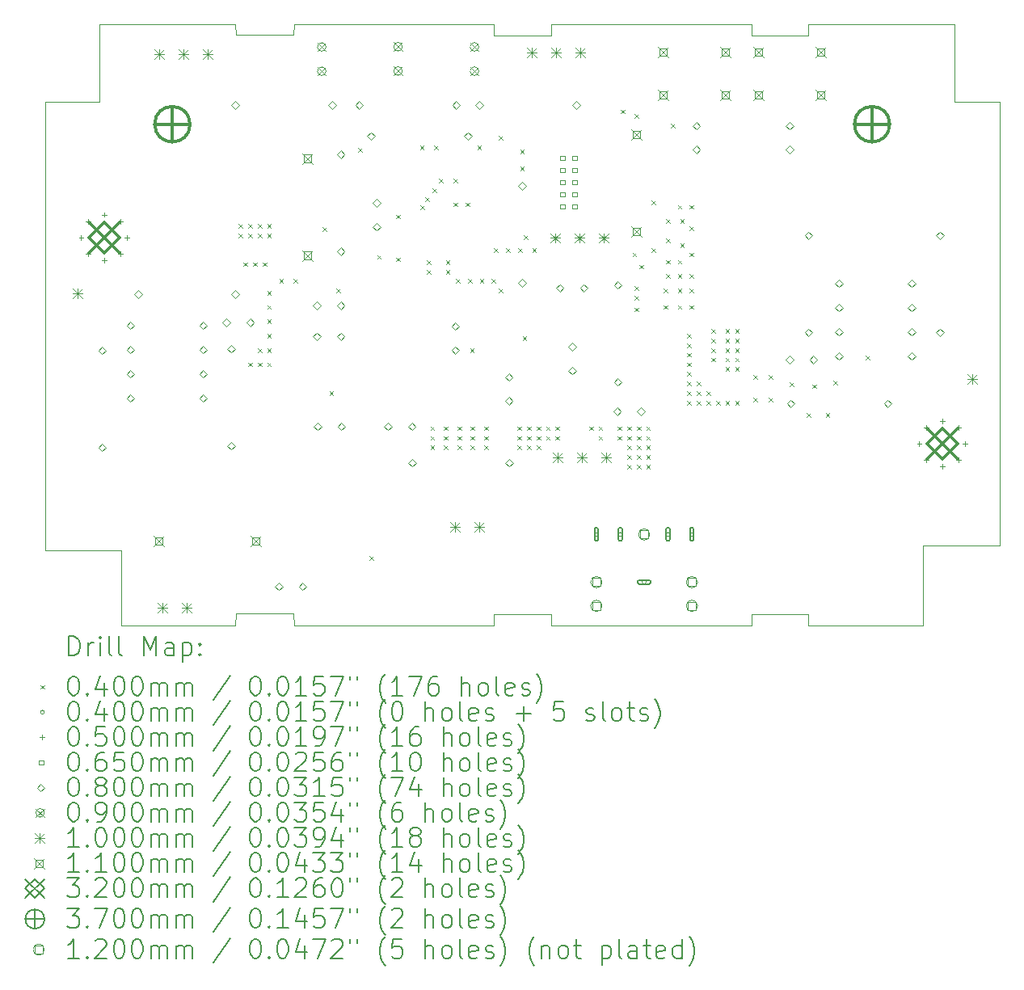
<source format=gbr>
%TF.GenerationSoftware,KiCad,Pcbnew,(6.0.11)*%
%TF.CreationDate,2023-06-06T17:21:50+01:00*%
%TF.ProjectId,Digital Theremin,44696769-7461-46c2-9054-686572656d69,rev?*%
%TF.SameCoordinates,Original*%
%TF.FileFunction,Drillmap*%
%TF.FilePolarity,Positive*%
%FSLAX45Y45*%
G04 Gerber Fmt 4.5, Leading zero omitted, Abs format (unit mm)*
G04 Created by KiCad (PCBNEW (6.0.11)) date 2023-06-06 17:21:50*
%MOMM*%
%LPD*%
G01*
G04 APERTURE LIST*
%ADD10C,0.100000*%
%ADD11C,0.200000*%
%ADD12C,0.040000*%
%ADD13C,0.050000*%
%ADD14C,0.065000*%
%ADD15C,0.080000*%
%ADD16C,0.090000*%
%ADD17C,0.110000*%
%ADD18C,0.320000*%
%ADD19C,0.370000*%
%ADD20C,0.120000*%
G04 APERTURE END LIST*
D10*
X10800000Y-6300000D02*
X11400000Y-6300000D01*
X11410000Y-6183000D01*
X13500000Y-6183000D01*
X13500000Y-6303000D01*
X14100000Y-6303000D01*
X14100000Y-6183000D01*
X16200000Y-6183000D01*
X16200000Y-6303000D01*
X16800000Y-6303000D01*
X16800000Y-6183000D01*
X18330000Y-6183000D01*
X18330000Y-7000000D01*
X18800000Y-7000000D01*
X18800000Y-11650000D01*
X18000000Y-11650000D01*
X18000000Y-12483000D01*
X16800000Y-12483000D01*
X16800000Y-12363000D01*
X16200000Y-12363000D01*
X16200000Y-12483000D01*
X14100000Y-12483000D01*
X14100000Y-12363000D01*
X13500000Y-12363000D01*
X13500000Y-12483000D01*
X11410000Y-12483000D01*
X11400000Y-12360000D01*
X10800000Y-12360000D01*
X10790000Y-12483000D01*
X9600000Y-12483000D01*
X9600000Y-11700000D01*
X8800000Y-11700000D01*
X8800000Y-7000000D01*
X9370000Y-7000000D01*
X9370000Y-6183000D01*
X10790000Y-6183000D01*
X10800000Y-6300000D01*
D11*
D12*
X10830000Y-8280000D02*
X10870000Y-8320000D01*
X10870000Y-8280000D02*
X10830000Y-8320000D01*
X10830000Y-8380000D02*
X10870000Y-8420000D01*
X10870000Y-8380000D02*
X10830000Y-8420000D01*
X10880000Y-8680000D02*
X10920000Y-8720000D01*
X10920000Y-8680000D02*
X10880000Y-8720000D01*
X10930000Y-8280000D02*
X10970000Y-8320000D01*
X10970000Y-8280000D02*
X10930000Y-8320000D01*
X10930000Y-8380000D02*
X10970000Y-8420000D01*
X10970000Y-8380000D02*
X10930000Y-8420000D01*
X10930000Y-9730000D02*
X10970000Y-9770000D01*
X10970000Y-9730000D02*
X10930000Y-9770000D01*
X10980000Y-8680000D02*
X11020000Y-8720000D01*
X11020000Y-8680000D02*
X10980000Y-8720000D01*
X11030000Y-8280000D02*
X11070000Y-8320000D01*
X11070000Y-8280000D02*
X11030000Y-8320000D01*
X11030000Y-8380000D02*
X11070000Y-8420000D01*
X11070000Y-8380000D02*
X11030000Y-8420000D01*
X11030000Y-9580000D02*
X11070000Y-9620000D01*
X11070000Y-9580000D02*
X11030000Y-9620000D01*
X11030000Y-9730000D02*
X11070000Y-9770000D01*
X11070000Y-9730000D02*
X11030000Y-9770000D01*
X11080000Y-8680000D02*
X11120000Y-8720000D01*
X11120000Y-8680000D02*
X11080000Y-8720000D01*
X11130000Y-8280000D02*
X11170000Y-8320000D01*
X11170000Y-8280000D02*
X11130000Y-8320000D01*
X11130000Y-8380000D02*
X11170000Y-8420000D01*
X11170000Y-8380000D02*
X11130000Y-8420000D01*
X11130000Y-8980000D02*
X11170000Y-9020000D01*
X11170000Y-8980000D02*
X11130000Y-9020000D01*
X11130000Y-9130000D02*
X11170000Y-9170000D01*
X11170000Y-9130000D02*
X11130000Y-9170000D01*
X11130000Y-9280000D02*
X11170000Y-9320000D01*
X11170000Y-9280000D02*
X11130000Y-9320000D01*
X11130000Y-9430000D02*
X11170000Y-9470000D01*
X11170000Y-9430000D02*
X11130000Y-9470000D01*
X11130000Y-9580000D02*
X11170000Y-9620000D01*
X11170000Y-9580000D02*
X11130000Y-9620000D01*
X11130000Y-9730000D02*
X11170000Y-9770000D01*
X11170000Y-9730000D02*
X11130000Y-9770000D01*
X11255000Y-8855000D02*
X11295000Y-8895000D01*
X11295000Y-8855000D02*
X11255000Y-8895000D01*
X11405000Y-8855000D02*
X11445000Y-8895000D01*
X11445000Y-8855000D02*
X11405000Y-8895000D01*
X11710000Y-8310000D02*
X11750000Y-8350000D01*
X11750000Y-8310000D02*
X11710000Y-8350000D01*
X11780000Y-10030000D02*
X11820000Y-10070000D01*
X11820000Y-10030000D02*
X11780000Y-10070000D01*
X11855000Y-8955000D02*
X11895000Y-8995000D01*
X11895000Y-8955000D02*
X11855000Y-8995000D01*
X12080000Y-7480000D02*
X12120000Y-7520000D01*
X12120000Y-7480000D02*
X12080000Y-7520000D01*
X12200000Y-11760000D02*
X12240000Y-11800000D01*
X12240000Y-11760000D02*
X12200000Y-11800000D01*
X12280000Y-8605000D02*
X12320000Y-8645000D01*
X12320000Y-8605000D02*
X12280000Y-8645000D01*
X12480000Y-8180000D02*
X12520000Y-8220000D01*
X12520000Y-8180000D02*
X12480000Y-8220000D01*
X12480000Y-8630000D02*
X12520000Y-8670000D01*
X12520000Y-8630000D02*
X12480000Y-8670000D01*
X12730000Y-7455000D02*
X12770000Y-7495000D01*
X12770000Y-7455000D02*
X12730000Y-7495000D01*
X12731323Y-8081071D02*
X12771323Y-8121071D01*
X12771323Y-8081071D02*
X12731323Y-8121071D01*
X12785100Y-7996820D02*
X12825100Y-8036820D01*
X12825100Y-7996820D02*
X12785100Y-8036820D01*
X12800000Y-8660000D02*
X12840000Y-8700000D01*
X12840000Y-8660000D02*
X12800000Y-8700000D01*
X12800000Y-8760000D02*
X12840000Y-8800000D01*
X12840000Y-8760000D02*
X12800000Y-8800000D01*
X12840000Y-10400000D02*
X12880000Y-10440000D01*
X12880000Y-10400000D02*
X12840000Y-10440000D01*
X12840000Y-10500000D02*
X12880000Y-10540000D01*
X12880000Y-10500000D02*
X12840000Y-10540000D01*
X12840000Y-10600000D02*
X12880000Y-10640000D01*
X12880000Y-10600000D02*
X12840000Y-10640000D01*
X12857550Y-7905000D02*
X12897550Y-7945000D01*
X12897550Y-7905000D02*
X12857550Y-7945000D01*
X12880000Y-7455000D02*
X12920000Y-7495000D01*
X12920000Y-7455000D02*
X12880000Y-7495000D01*
X12930000Y-7805000D02*
X12970000Y-7845000D01*
X12970000Y-7805000D02*
X12930000Y-7845000D01*
X12980000Y-10400000D02*
X13020000Y-10440000D01*
X13020000Y-10400000D02*
X12980000Y-10440000D01*
X12980000Y-10500000D02*
X13020000Y-10540000D01*
X13020000Y-10500000D02*
X12980000Y-10540000D01*
X12980000Y-10600000D02*
X13020000Y-10640000D01*
X13020000Y-10600000D02*
X12980000Y-10640000D01*
X13000000Y-8660000D02*
X13040000Y-8700000D01*
X13040000Y-8660000D02*
X13000000Y-8700000D01*
X13000000Y-8760000D02*
X13040000Y-8800000D01*
X13040000Y-8760000D02*
X13000000Y-8800000D01*
X13080000Y-7805000D02*
X13120000Y-7845000D01*
X13120000Y-7805000D02*
X13080000Y-7845000D01*
X13080000Y-8055000D02*
X13120000Y-8095000D01*
X13120000Y-8055000D02*
X13080000Y-8095000D01*
X13105000Y-8855000D02*
X13145000Y-8895000D01*
X13145000Y-8855000D02*
X13105000Y-8895000D01*
X13120000Y-10400000D02*
X13160000Y-10440000D01*
X13160000Y-10400000D02*
X13120000Y-10440000D01*
X13120000Y-10500000D02*
X13160000Y-10540000D01*
X13160000Y-10500000D02*
X13120000Y-10540000D01*
X13120000Y-10600000D02*
X13160000Y-10640000D01*
X13160000Y-10600000D02*
X13120000Y-10640000D01*
X13205000Y-8055000D02*
X13245000Y-8095000D01*
X13245000Y-8055000D02*
X13205000Y-8095000D01*
X13230000Y-8855000D02*
X13270000Y-8895000D01*
X13270000Y-8855000D02*
X13230000Y-8895000D01*
X13255000Y-9580000D02*
X13295000Y-9620000D01*
X13295000Y-9580000D02*
X13255000Y-9620000D01*
X13260000Y-10400000D02*
X13300000Y-10440000D01*
X13300000Y-10400000D02*
X13260000Y-10440000D01*
X13260000Y-10500000D02*
X13300000Y-10540000D01*
X13300000Y-10500000D02*
X13260000Y-10540000D01*
X13260000Y-10600000D02*
X13300000Y-10640000D01*
X13300000Y-10600000D02*
X13260000Y-10640000D01*
X13330000Y-7455000D02*
X13370000Y-7495000D01*
X13370000Y-7455000D02*
X13330000Y-7495000D01*
X13355000Y-8855000D02*
X13395000Y-8895000D01*
X13395000Y-8855000D02*
X13355000Y-8895000D01*
X13400000Y-10400000D02*
X13440000Y-10440000D01*
X13440000Y-10400000D02*
X13400000Y-10440000D01*
X13400000Y-10500000D02*
X13440000Y-10540000D01*
X13440000Y-10500000D02*
X13400000Y-10540000D01*
X13400000Y-10600000D02*
X13440000Y-10640000D01*
X13440000Y-10600000D02*
X13400000Y-10640000D01*
X13480000Y-8855000D02*
X13520000Y-8895000D01*
X13520000Y-8855000D02*
X13480000Y-8895000D01*
X13505000Y-8530000D02*
X13545000Y-8570000D01*
X13545000Y-8530000D02*
X13505000Y-8570000D01*
X13555000Y-7355000D02*
X13595000Y-7395000D01*
X13595000Y-7355000D02*
X13555000Y-7395000D01*
X13555000Y-8955000D02*
X13595000Y-8995000D01*
X13595000Y-8955000D02*
X13555000Y-8995000D01*
X13630000Y-8530000D02*
X13670000Y-8570000D01*
X13670000Y-8530000D02*
X13630000Y-8570000D01*
X13750000Y-10400000D02*
X13790000Y-10440000D01*
X13790000Y-10400000D02*
X13750000Y-10440000D01*
X13750000Y-10500000D02*
X13790000Y-10540000D01*
X13790000Y-10500000D02*
X13750000Y-10540000D01*
X13750000Y-10600000D02*
X13790000Y-10640000D01*
X13790000Y-10600000D02*
X13750000Y-10640000D01*
X13755000Y-8530000D02*
X13795000Y-8570000D01*
X13795000Y-8530000D02*
X13755000Y-8570000D01*
X13780000Y-7500000D02*
X13820000Y-7540000D01*
X13820000Y-7500000D02*
X13780000Y-7540000D01*
X13780000Y-7680000D02*
X13820000Y-7720000D01*
X13820000Y-7680000D02*
X13780000Y-7720000D01*
X13805000Y-9455000D02*
X13845000Y-9495000D01*
X13845000Y-9455000D02*
X13805000Y-9495000D01*
X13820000Y-8400000D02*
X13860000Y-8440000D01*
X13860000Y-8400000D02*
X13820000Y-8440000D01*
X13850000Y-10400000D02*
X13890000Y-10440000D01*
X13890000Y-10400000D02*
X13850000Y-10440000D01*
X13850000Y-10500000D02*
X13890000Y-10540000D01*
X13890000Y-10500000D02*
X13850000Y-10540000D01*
X13850000Y-10600000D02*
X13890000Y-10640000D01*
X13890000Y-10600000D02*
X13850000Y-10640000D01*
X13905000Y-8530000D02*
X13945000Y-8570000D01*
X13945000Y-8530000D02*
X13905000Y-8570000D01*
X13950000Y-10400000D02*
X13990000Y-10440000D01*
X13990000Y-10400000D02*
X13950000Y-10440000D01*
X13950000Y-10500000D02*
X13990000Y-10540000D01*
X13990000Y-10500000D02*
X13950000Y-10540000D01*
X13950000Y-10600000D02*
X13990000Y-10640000D01*
X13990000Y-10600000D02*
X13950000Y-10640000D01*
X14050000Y-10400000D02*
X14090000Y-10440000D01*
X14090000Y-10400000D02*
X14050000Y-10440000D01*
X14050000Y-10500000D02*
X14090000Y-10540000D01*
X14090000Y-10500000D02*
X14050000Y-10540000D01*
X14150000Y-10400000D02*
X14190000Y-10440000D01*
X14190000Y-10400000D02*
X14150000Y-10440000D01*
X14150000Y-10500000D02*
X14190000Y-10540000D01*
X14190000Y-10500000D02*
X14150000Y-10540000D01*
X14500000Y-10400000D02*
X14540000Y-10440000D01*
X14540000Y-10400000D02*
X14500000Y-10440000D01*
X14600000Y-10400000D02*
X14640000Y-10440000D01*
X14640000Y-10400000D02*
X14600000Y-10440000D01*
X14600000Y-10500000D02*
X14640000Y-10540000D01*
X14640000Y-10500000D02*
X14600000Y-10540000D01*
X14800000Y-10400000D02*
X14840000Y-10440000D01*
X14840000Y-10400000D02*
X14800000Y-10440000D01*
X14800000Y-10500000D02*
X14840000Y-10540000D01*
X14840000Y-10500000D02*
X14800000Y-10540000D01*
X14830000Y-7080000D02*
X14870000Y-7120000D01*
X14870000Y-7080000D02*
X14830000Y-7120000D01*
X14900000Y-10400000D02*
X14940000Y-10440000D01*
X14940000Y-10400000D02*
X14900000Y-10440000D01*
X14900000Y-10500000D02*
X14940000Y-10540000D01*
X14940000Y-10500000D02*
X14900000Y-10540000D01*
X14900000Y-10600000D02*
X14940000Y-10640000D01*
X14940000Y-10600000D02*
X14900000Y-10640000D01*
X14900000Y-10700000D02*
X14940000Y-10740000D01*
X14940000Y-10700000D02*
X14900000Y-10740000D01*
X14900000Y-10800000D02*
X14940000Y-10840000D01*
X14940000Y-10800000D02*
X14900000Y-10840000D01*
X14955000Y-8580000D02*
X14995000Y-8620000D01*
X14995000Y-8580000D02*
X14955000Y-8620000D01*
X14980000Y-7130000D02*
X15020000Y-7170000D01*
X15020000Y-7130000D02*
X14980000Y-7170000D01*
X14980000Y-8930000D02*
X15020000Y-8970000D01*
X15020000Y-8930000D02*
X14980000Y-8970000D01*
X14980000Y-9030000D02*
X15020000Y-9070000D01*
X15020000Y-9030000D02*
X14980000Y-9070000D01*
X14980000Y-9155000D02*
X15020000Y-9195000D01*
X15020000Y-9155000D02*
X14980000Y-9195000D01*
X15000000Y-10400000D02*
X15040000Y-10440000D01*
X15040000Y-10400000D02*
X15000000Y-10440000D01*
X15000000Y-10500000D02*
X15040000Y-10540000D01*
X15040000Y-10500000D02*
X15000000Y-10540000D01*
X15000000Y-10600000D02*
X15040000Y-10640000D01*
X15040000Y-10600000D02*
X15000000Y-10640000D01*
X15000000Y-10700000D02*
X15040000Y-10740000D01*
X15040000Y-10700000D02*
X15000000Y-10740000D01*
X15000000Y-10800000D02*
X15040000Y-10840000D01*
X15040000Y-10800000D02*
X15000000Y-10840000D01*
X15030000Y-8705000D02*
X15070000Y-8745000D01*
X15070000Y-8705000D02*
X15030000Y-8745000D01*
X15100000Y-10400000D02*
X15140000Y-10440000D01*
X15140000Y-10400000D02*
X15100000Y-10440000D01*
X15100000Y-10500000D02*
X15140000Y-10540000D01*
X15140000Y-10500000D02*
X15100000Y-10540000D01*
X15100000Y-10600000D02*
X15140000Y-10640000D01*
X15140000Y-10600000D02*
X15100000Y-10640000D01*
X15100000Y-10700000D02*
X15140000Y-10740000D01*
X15140000Y-10700000D02*
X15100000Y-10740000D01*
X15100000Y-10800000D02*
X15140000Y-10840000D01*
X15140000Y-10800000D02*
X15100000Y-10840000D01*
X15155000Y-8030000D02*
X15195000Y-8070000D01*
X15195000Y-8030000D02*
X15155000Y-8070000D01*
X15155000Y-8530000D02*
X15195000Y-8570000D01*
X15195000Y-8530000D02*
X15155000Y-8570000D01*
X15280000Y-8955000D02*
X15320000Y-8995000D01*
X15320000Y-8955000D02*
X15280000Y-8995000D01*
X15280000Y-9130000D02*
X15320000Y-9170000D01*
X15320000Y-9130000D02*
X15280000Y-9170000D01*
X15305000Y-8230000D02*
X15345000Y-8270000D01*
X15345000Y-8230000D02*
X15305000Y-8270000D01*
X15305000Y-8430000D02*
X15345000Y-8470000D01*
X15345000Y-8430000D02*
X15305000Y-8470000D01*
X15305000Y-8655000D02*
X15345000Y-8695000D01*
X15345000Y-8655000D02*
X15305000Y-8695000D01*
X15305000Y-8805000D02*
X15345000Y-8845000D01*
X15345000Y-8805000D02*
X15305000Y-8845000D01*
X15355000Y-7230000D02*
X15395000Y-7270000D01*
X15395000Y-7230000D02*
X15355000Y-7270000D01*
X15430000Y-8080000D02*
X15470000Y-8120000D01*
X15470000Y-8080000D02*
X15430000Y-8120000D01*
X15430000Y-8655000D02*
X15470000Y-8695000D01*
X15470000Y-8655000D02*
X15430000Y-8695000D01*
X15430000Y-8805000D02*
X15470000Y-8845000D01*
X15470000Y-8805000D02*
X15430000Y-8845000D01*
X15430000Y-8955000D02*
X15470000Y-8995000D01*
X15470000Y-8955000D02*
X15430000Y-8995000D01*
X15430000Y-9130000D02*
X15470000Y-9170000D01*
X15470000Y-9130000D02*
X15430000Y-9170000D01*
X15455000Y-8230000D02*
X15495000Y-8270000D01*
X15495000Y-8230000D02*
X15455000Y-8270000D01*
X15455000Y-8480000D02*
X15495000Y-8520000D01*
X15495000Y-8480000D02*
X15455000Y-8520000D01*
X15530000Y-9430000D02*
X15570000Y-9470000D01*
X15570000Y-9430000D02*
X15530000Y-9470000D01*
X15530000Y-9530000D02*
X15570000Y-9570000D01*
X15570000Y-9530000D02*
X15530000Y-9570000D01*
X15530000Y-9630000D02*
X15570000Y-9670000D01*
X15570000Y-9630000D02*
X15530000Y-9670000D01*
X15530000Y-9730000D02*
X15570000Y-9770000D01*
X15570000Y-9730000D02*
X15530000Y-9770000D01*
X15530000Y-9830000D02*
X15570000Y-9870000D01*
X15570000Y-9830000D02*
X15530000Y-9870000D01*
X15530000Y-9930000D02*
X15570000Y-9970000D01*
X15570000Y-9930000D02*
X15530000Y-9970000D01*
X15530000Y-10030000D02*
X15570000Y-10070000D01*
X15570000Y-10030000D02*
X15530000Y-10070000D01*
X15530000Y-10130000D02*
X15570000Y-10170000D01*
X15570000Y-10130000D02*
X15530000Y-10170000D01*
X15555000Y-8080000D02*
X15595000Y-8120000D01*
X15595000Y-8080000D02*
X15555000Y-8120000D01*
X15555000Y-8305000D02*
X15595000Y-8345000D01*
X15595000Y-8305000D02*
X15555000Y-8345000D01*
X15555000Y-8580000D02*
X15595000Y-8620000D01*
X15595000Y-8580000D02*
X15555000Y-8620000D01*
X15555000Y-8805000D02*
X15595000Y-8845000D01*
X15595000Y-8805000D02*
X15555000Y-8845000D01*
X15555000Y-8955000D02*
X15595000Y-8995000D01*
X15595000Y-8955000D02*
X15555000Y-8995000D01*
X15555000Y-9130000D02*
X15595000Y-9170000D01*
X15595000Y-9130000D02*
X15555000Y-9170000D01*
X15630000Y-9930000D02*
X15670000Y-9970000D01*
X15670000Y-9930000D02*
X15630000Y-9970000D01*
X15630000Y-10030000D02*
X15670000Y-10070000D01*
X15670000Y-10030000D02*
X15630000Y-10070000D01*
X15630000Y-10130000D02*
X15670000Y-10170000D01*
X15670000Y-10130000D02*
X15630000Y-10170000D01*
X15730000Y-10030000D02*
X15770000Y-10070000D01*
X15770000Y-10030000D02*
X15730000Y-10070000D01*
X15730000Y-10130000D02*
X15770000Y-10170000D01*
X15770000Y-10130000D02*
X15730000Y-10170000D01*
X15780000Y-9380000D02*
X15820000Y-9420000D01*
X15820000Y-9380000D02*
X15780000Y-9420000D01*
X15780000Y-9480000D02*
X15820000Y-9520000D01*
X15820000Y-9480000D02*
X15780000Y-9520000D01*
X15780000Y-9580000D02*
X15820000Y-9620000D01*
X15820000Y-9580000D02*
X15780000Y-9620000D01*
X15780000Y-9680000D02*
X15820000Y-9720000D01*
X15820000Y-9680000D02*
X15780000Y-9720000D01*
X15830000Y-10130000D02*
X15870000Y-10170000D01*
X15870000Y-10130000D02*
X15830000Y-10170000D01*
X15930000Y-9380000D02*
X15970000Y-9420000D01*
X15970000Y-9380000D02*
X15930000Y-9420000D01*
X15930000Y-9480000D02*
X15970000Y-9520000D01*
X15970000Y-9480000D02*
X15930000Y-9520000D01*
X15930000Y-9580000D02*
X15970000Y-9620000D01*
X15970000Y-9580000D02*
X15930000Y-9620000D01*
X15930000Y-9680000D02*
X15970000Y-9720000D01*
X15970000Y-9680000D02*
X15930000Y-9720000D01*
X15930000Y-9780000D02*
X15970000Y-9820000D01*
X15970000Y-9780000D02*
X15930000Y-9820000D01*
X15930000Y-10130000D02*
X15970000Y-10170000D01*
X15970000Y-10130000D02*
X15930000Y-10170000D01*
X16030000Y-9380000D02*
X16070000Y-9420000D01*
X16070000Y-9380000D02*
X16030000Y-9420000D01*
X16030000Y-9480000D02*
X16070000Y-9520000D01*
X16070000Y-9480000D02*
X16030000Y-9520000D01*
X16030000Y-9580000D02*
X16070000Y-9620000D01*
X16070000Y-9580000D02*
X16030000Y-9620000D01*
X16030000Y-9680000D02*
X16070000Y-9720000D01*
X16070000Y-9680000D02*
X16030000Y-9720000D01*
X16030000Y-9780000D02*
X16070000Y-9820000D01*
X16070000Y-9780000D02*
X16030000Y-9820000D01*
X16030000Y-10130000D02*
X16070000Y-10170000D01*
X16070000Y-10130000D02*
X16030000Y-10170000D01*
X16220000Y-9860000D02*
X16260000Y-9900000D01*
X16260000Y-9860000D02*
X16220000Y-9900000D01*
X16220000Y-10100000D02*
X16260000Y-10140000D01*
X16260000Y-10100000D02*
X16220000Y-10140000D01*
X16380000Y-9860000D02*
X16420000Y-9900000D01*
X16420000Y-9860000D02*
X16380000Y-9900000D01*
X16380000Y-10100000D02*
X16420000Y-10140000D01*
X16420000Y-10100000D02*
X16380000Y-10140000D01*
X16600000Y-9940000D02*
X16640000Y-9980000D01*
X16640000Y-9940000D02*
X16600000Y-9980000D01*
X16780000Y-10260000D02*
X16820000Y-10300000D01*
X16820000Y-10260000D02*
X16780000Y-10300000D01*
X16840000Y-9960000D02*
X16880000Y-10000000D01*
X16880000Y-9960000D02*
X16840000Y-10000000D01*
X16980000Y-10260000D02*
X17020000Y-10300000D01*
X17020000Y-10260000D02*
X16980000Y-10300000D01*
X17060000Y-9920000D02*
X17100000Y-9960000D01*
X17100000Y-9920000D02*
X17060000Y-9960000D01*
X17400000Y-9660000D02*
X17440000Y-9700000D01*
X17440000Y-9660000D02*
X17400000Y-9700000D01*
X14597398Y-11530179D02*
G75*
G03*
X14597398Y-11530179I-20000J0D01*
G01*
D11*
X14557398Y-11480179D02*
X14557398Y-11580179D01*
X14597398Y-11480179D02*
X14597398Y-11580179D01*
X14557398Y-11580179D02*
G75*
G03*
X14597398Y-11580179I20000J0D01*
G01*
X14597398Y-11480179D02*
G75*
G03*
X14557398Y-11480179I-20000J0D01*
G01*
D12*
X14847398Y-11530179D02*
G75*
G03*
X14847398Y-11530179I-20000J0D01*
G01*
D11*
X14807398Y-11480179D02*
X14807398Y-11580179D01*
X14847398Y-11480179D02*
X14847398Y-11580179D01*
X14807398Y-11580179D02*
G75*
G03*
X14847398Y-11580179I20000J0D01*
G01*
X14847398Y-11480179D02*
G75*
G03*
X14807398Y-11480179I-20000J0D01*
G01*
D12*
X15097398Y-12030179D02*
G75*
G03*
X15097398Y-12030179I-20000J0D01*
G01*
D11*
X15027398Y-12050179D02*
X15127398Y-12050179D01*
X15027398Y-12010179D02*
X15127398Y-12010179D01*
X15127398Y-12050179D02*
G75*
G03*
X15127398Y-12010179I0J20000D01*
G01*
X15027398Y-12010179D02*
G75*
G03*
X15027398Y-12050179I0J-20000D01*
G01*
D12*
X15347398Y-11530179D02*
G75*
G03*
X15347398Y-11530179I-20000J0D01*
G01*
D11*
X15347398Y-11580179D02*
X15347398Y-11480179D01*
X15307398Y-11580179D02*
X15307398Y-11480179D01*
X15347398Y-11480179D02*
G75*
G03*
X15307398Y-11480179I-20000J0D01*
G01*
X15307398Y-11580179D02*
G75*
G03*
X15347398Y-11580179I20000J0D01*
G01*
D12*
X15597398Y-11530179D02*
G75*
G03*
X15597398Y-11530179I-20000J0D01*
G01*
D11*
X15597398Y-11580179D02*
X15597398Y-11480179D01*
X15557398Y-11580179D02*
X15557398Y-11480179D01*
X15597398Y-11480179D02*
G75*
G03*
X15557398Y-11480179I-20000J0D01*
G01*
X15557398Y-11580179D02*
G75*
G03*
X15597398Y-11580179I20000J0D01*
G01*
D13*
X9180000Y-8395000D02*
X9180000Y-8445000D01*
X9155000Y-8420000D02*
X9205000Y-8420000D01*
X9250294Y-8225294D02*
X9250294Y-8275294D01*
X9225294Y-8250294D02*
X9275294Y-8250294D01*
X9250294Y-8564706D02*
X9250294Y-8614706D01*
X9225294Y-8589706D02*
X9275294Y-8589706D01*
X9420000Y-8155000D02*
X9420000Y-8205000D01*
X9395000Y-8180000D02*
X9445000Y-8180000D01*
X9420000Y-8635000D02*
X9420000Y-8685000D01*
X9395000Y-8660000D02*
X9445000Y-8660000D01*
X9589706Y-8225294D02*
X9589706Y-8275294D01*
X9564706Y-8250294D02*
X9614706Y-8250294D01*
X9589706Y-8564706D02*
X9589706Y-8614706D01*
X9564706Y-8589706D02*
X9614706Y-8589706D01*
X9660000Y-8395000D02*
X9660000Y-8445000D01*
X9635000Y-8420000D02*
X9685000Y-8420000D01*
X17960000Y-10555000D02*
X17960000Y-10605000D01*
X17935000Y-10580000D02*
X17985000Y-10580000D01*
X18030294Y-10385294D02*
X18030294Y-10435294D01*
X18005294Y-10410294D02*
X18055294Y-10410294D01*
X18030294Y-10724706D02*
X18030294Y-10774706D01*
X18005294Y-10749706D02*
X18055294Y-10749706D01*
X18200000Y-10315000D02*
X18200000Y-10365000D01*
X18175000Y-10340000D02*
X18225000Y-10340000D01*
X18200000Y-10795000D02*
X18200000Y-10845000D01*
X18175000Y-10820000D02*
X18225000Y-10820000D01*
X18369706Y-10385294D02*
X18369706Y-10435294D01*
X18344706Y-10410294D02*
X18394706Y-10410294D01*
X18369706Y-10724706D02*
X18369706Y-10774706D01*
X18344706Y-10749706D02*
X18394706Y-10749706D01*
X18440000Y-10555000D02*
X18440000Y-10605000D01*
X18415000Y-10580000D02*
X18465000Y-10580000D01*
D14*
X14246270Y-7611760D02*
X14246270Y-7565797D01*
X14200308Y-7565797D01*
X14200308Y-7611760D01*
X14246270Y-7611760D01*
X14246270Y-7738760D02*
X14246270Y-7692797D01*
X14200308Y-7692797D01*
X14200308Y-7738760D01*
X14246270Y-7738760D01*
X14246270Y-7865760D02*
X14246270Y-7819797D01*
X14200308Y-7819797D01*
X14200308Y-7865760D01*
X14246270Y-7865760D01*
X14246270Y-7992760D02*
X14246270Y-7946797D01*
X14200308Y-7946797D01*
X14200308Y-7992760D01*
X14246270Y-7992760D01*
X14246270Y-8119760D02*
X14246270Y-8073797D01*
X14200308Y-8073797D01*
X14200308Y-8119760D01*
X14246270Y-8119760D01*
X14373270Y-7611760D02*
X14373270Y-7565797D01*
X14327308Y-7565797D01*
X14327308Y-7611760D01*
X14373270Y-7611760D01*
X14373270Y-7738760D02*
X14373270Y-7692797D01*
X14327308Y-7692797D01*
X14327308Y-7738760D01*
X14373270Y-7738760D01*
X14373270Y-7865760D02*
X14373270Y-7819797D01*
X14327308Y-7819797D01*
X14327308Y-7865760D01*
X14373270Y-7865760D01*
X14373270Y-7992760D02*
X14373270Y-7946797D01*
X14327308Y-7946797D01*
X14327308Y-7992760D01*
X14373270Y-7992760D01*
X14373270Y-8119760D02*
X14373270Y-8073797D01*
X14327308Y-8073797D01*
X14327308Y-8119760D01*
X14373270Y-8119760D01*
D15*
X9400000Y-9644000D02*
X9440000Y-9604000D01*
X9400000Y-9564000D01*
X9360000Y-9604000D01*
X9400000Y-9644000D01*
X9400000Y-10660000D02*
X9440000Y-10620000D01*
X9400000Y-10580000D01*
X9360000Y-10620000D01*
X9400000Y-10660000D01*
X9695000Y-9380000D02*
X9735000Y-9340000D01*
X9695000Y-9300000D01*
X9655000Y-9340000D01*
X9695000Y-9380000D01*
X9695000Y-9634000D02*
X9735000Y-9594000D01*
X9695000Y-9554000D01*
X9655000Y-9594000D01*
X9695000Y-9634000D01*
X9695000Y-9888000D02*
X9735000Y-9848000D01*
X9695000Y-9808000D01*
X9655000Y-9848000D01*
X9695000Y-9888000D01*
X9695000Y-10142000D02*
X9735000Y-10102000D01*
X9695000Y-10062000D01*
X9655000Y-10102000D01*
X9695000Y-10142000D01*
X9779000Y-9052000D02*
X9819000Y-9012000D01*
X9779000Y-8972000D01*
X9739000Y-9012000D01*
X9779000Y-9052000D01*
X10457000Y-9380000D02*
X10497000Y-9340000D01*
X10457000Y-9300000D01*
X10417000Y-9340000D01*
X10457000Y-9380000D01*
X10457000Y-9634000D02*
X10497000Y-9594000D01*
X10457000Y-9554000D01*
X10417000Y-9594000D01*
X10457000Y-9634000D01*
X10457000Y-9888000D02*
X10497000Y-9848000D01*
X10457000Y-9808000D01*
X10417000Y-9848000D01*
X10457000Y-9888000D01*
X10457000Y-10142000D02*
X10497000Y-10102000D01*
X10457000Y-10062000D01*
X10417000Y-10102000D01*
X10457000Y-10142000D01*
X10700000Y-9352000D02*
X10740000Y-9312000D01*
X10700000Y-9272000D01*
X10660000Y-9312000D01*
X10700000Y-9352000D01*
X10750000Y-9627000D02*
X10790000Y-9587000D01*
X10750000Y-9547000D01*
X10710000Y-9587000D01*
X10750000Y-9627000D01*
X10750000Y-10643000D02*
X10790000Y-10603000D01*
X10750000Y-10563000D01*
X10710000Y-10603000D01*
X10750000Y-10643000D01*
X10792000Y-7073000D02*
X10832000Y-7033000D01*
X10792000Y-6993000D01*
X10752000Y-7033000D01*
X10792000Y-7073000D01*
X10795000Y-9052000D02*
X10835000Y-9012000D01*
X10795000Y-8972000D01*
X10755000Y-9012000D01*
X10795000Y-9052000D01*
X10950000Y-9352000D02*
X10990000Y-9312000D01*
X10950000Y-9272000D01*
X10910000Y-9312000D01*
X10950000Y-9352000D01*
X11250000Y-12115000D02*
X11290000Y-12075000D01*
X11250000Y-12035000D01*
X11210000Y-12075000D01*
X11250000Y-12115000D01*
X11500000Y-12115000D02*
X11540000Y-12075000D01*
X11500000Y-12035000D01*
X11460000Y-12075000D01*
X11500000Y-12115000D01*
X11650000Y-9173000D02*
X11690000Y-9133000D01*
X11650000Y-9093000D01*
X11610000Y-9133000D01*
X11650000Y-9173000D01*
X11650000Y-9498000D02*
X11690000Y-9458000D01*
X11650000Y-9418000D01*
X11610000Y-9458000D01*
X11650000Y-9498000D01*
X11655000Y-10440000D02*
X11695000Y-10400000D01*
X11655000Y-10360000D01*
X11615000Y-10400000D01*
X11655000Y-10440000D01*
X11808000Y-7073000D02*
X11848000Y-7033000D01*
X11808000Y-6993000D01*
X11768000Y-7033000D01*
X11808000Y-7073000D01*
X11900000Y-7590000D02*
X11940000Y-7550000D01*
X11900000Y-7510000D01*
X11860000Y-7550000D01*
X11900000Y-7590000D01*
X11900000Y-8606000D02*
X11940000Y-8566000D01*
X11900000Y-8526000D01*
X11860000Y-8566000D01*
X11900000Y-8606000D01*
X11900000Y-9173000D02*
X11940000Y-9133000D01*
X11900000Y-9093000D01*
X11860000Y-9133000D01*
X11900000Y-9173000D01*
X11900000Y-9498000D02*
X11940000Y-9458000D01*
X11900000Y-9418000D01*
X11860000Y-9458000D01*
X11900000Y-9498000D01*
X11905000Y-10440000D02*
X11945000Y-10400000D01*
X11905000Y-10360000D01*
X11865000Y-10400000D01*
X11905000Y-10440000D01*
X12092000Y-7073000D02*
X12132000Y-7033000D01*
X12092000Y-6993000D01*
X12052000Y-7033000D01*
X12092000Y-7073000D01*
X12217000Y-7398000D02*
X12257000Y-7358000D01*
X12217000Y-7318000D01*
X12177000Y-7358000D01*
X12217000Y-7398000D01*
X12275000Y-8098000D02*
X12315000Y-8058000D01*
X12275000Y-8018000D01*
X12235000Y-8058000D01*
X12275000Y-8098000D01*
X12275000Y-8348000D02*
X12315000Y-8308000D01*
X12275000Y-8268000D01*
X12235000Y-8308000D01*
X12275000Y-8348000D01*
X12395000Y-10440000D02*
X12435000Y-10400000D01*
X12395000Y-10360000D01*
X12355000Y-10400000D01*
X12395000Y-10440000D01*
X12645000Y-10440000D02*
X12685000Y-10400000D01*
X12645000Y-10360000D01*
X12605000Y-10400000D01*
X12645000Y-10440000D01*
X12648000Y-10820000D02*
X12688000Y-10780000D01*
X12648000Y-10740000D01*
X12608000Y-10780000D01*
X12648000Y-10820000D01*
X13100000Y-9390000D02*
X13140000Y-9350000D01*
X13100000Y-9310000D01*
X13060000Y-9350000D01*
X13100000Y-9390000D01*
X13100000Y-9640000D02*
X13140000Y-9600000D01*
X13100000Y-9560000D01*
X13060000Y-9600000D01*
X13100000Y-9640000D01*
X13108000Y-7073000D02*
X13148000Y-7033000D01*
X13108000Y-6993000D01*
X13068000Y-7033000D01*
X13108000Y-7073000D01*
X13233000Y-7398000D02*
X13273000Y-7358000D01*
X13233000Y-7318000D01*
X13193000Y-7358000D01*
X13233000Y-7398000D01*
X13351000Y-7073000D02*
X13391000Y-7033000D01*
X13351000Y-6993000D01*
X13311000Y-7033000D01*
X13351000Y-7073000D01*
X13660000Y-9921933D02*
X13700000Y-9881933D01*
X13660000Y-9841933D01*
X13620000Y-9881933D01*
X13660000Y-9921933D01*
X13660000Y-10171933D02*
X13700000Y-10131933D01*
X13660000Y-10091933D01*
X13620000Y-10131933D01*
X13660000Y-10171933D01*
X13664000Y-10820000D02*
X13704000Y-10780000D01*
X13664000Y-10740000D01*
X13624000Y-10780000D01*
X13664000Y-10820000D01*
X13800000Y-7920000D02*
X13840000Y-7880000D01*
X13800000Y-7840000D01*
X13760000Y-7880000D01*
X13800000Y-7920000D01*
X13800000Y-8936000D02*
X13840000Y-8896000D01*
X13800000Y-8856000D01*
X13760000Y-8896000D01*
X13800000Y-8936000D01*
X14194888Y-8990000D02*
X14234888Y-8950000D01*
X14194888Y-8910000D01*
X14154888Y-8950000D01*
X14194888Y-8990000D01*
X14325000Y-9605399D02*
X14365000Y-9565399D01*
X14325000Y-9525399D01*
X14285000Y-9565399D01*
X14325000Y-9605399D01*
X14325000Y-9855399D02*
X14365000Y-9815399D01*
X14325000Y-9775399D01*
X14285000Y-9815399D01*
X14325000Y-9855399D01*
X14367000Y-7073000D02*
X14407000Y-7033000D01*
X14367000Y-6993000D01*
X14327000Y-7033000D01*
X14367000Y-7073000D01*
X14444888Y-8990000D02*
X14484888Y-8950000D01*
X14444888Y-8910000D01*
X14404888Y-8950000D01*
X14444888Y-8990000D01*
X14795000Y-10280000D02*
X14835000Y-10240000D01*
X14795000Y-10200000D01*
X14755000Y-10240000D01*
X14795000Y-10280000D01*
X14800000Y-8957000D02*
X14840000Y-8917000D01*
X14800000Y-8877000D01*
X14760000Y-8917000D01*
X14800000Y-8957000D01*
X14800000Y-9973000D02*
X14840000Y-9933000D01*
X14800000Y-9893000D01*
X14760000Y-9933000D01*
X14800000Y-9973000D01*
X15045000Y-10280000D02*
X15085000Y-10240000D01*
X15045000Y-10200000D01*
X15005000Y-10240000D01*
X15045000Y-10280000D01*
X15625000Y-7290000D02*
X15665000Y-7250000D01*
X15625000Y-7210000D01*
X15585000Y-7250000D01*
X15625000Y-7290000D01*
X15625000Y-7540000D02*
X15665000Y-7500000D01*
X15625000Y-7460000D01*
X15585000Y-7500000D01*
X15625000Y-7540000D01*
X16600000Y-7290000D02*
X16640000Y-7250000D01*
X16600000Y-7210000D01*
X16560000Y-7250000D01*
X16600000Y-7290000D01*
X16600000Y-7540000D02*
X16640000Y-7500000D01*
X16600000Y-7460000D01*
X16560000Y-7500000D01*
X16600000Y-7540000D01*
X16600000Y-9740000D02*
X16640000Y-9700000D01*
X16600000Y-9660000D01*
X16560000Y-9700000D01*
X16600000Y-9740000D01*
X16612000Y-10200000D02*
X16652000Y-10160000D01*
X16612000Y-10120000D01*
X16572000Y-10160000D01*
X16612000Y-10200000D01*
X16800000Y-8440000D02*
X16840000Y-8400000D01*
X16800000Y-8360000D01*
X16760000Y-8400000D01*
X16800000Y-8440000D01*
X16800000Y-9456000D02*
X16840000Y-9416000D01*
X16800000Y-9376000D01*
X16760000Y-9416000D01*
X16800000Y-9456000D01*
X16850000Y-9740000D02*
X16890000Y-9700000D01*
X16850000Y-9660000D01*
X16810000Y-9700000D01*
X16850000Y-9740000D01*
X17118000Y-8941000D02*
X17158000Y-8901000D01*
X17118000Y-8861000D01*
X17078000Y-8901000D01*
X17118000Y-8941000D01*
X17118000Y-9195000D02*
X17158000Y-9155000D01*
X17118000Y-9115000D01*
X17078000Y-9155000D01*
X17118000Y-9195000D01*
X17118000Y-9449000D02*
X17158000Y-9409000D01*
X17118000Y-9369000D01*
X17078000Y-9409000D01*
X17118000Y-9449000D01*
X17118000Y-9703000D02*
X17158000Y-9663000D01*
X17118000Y-9623000D01*
X17078000Y-9663000D01*
X17118000Y-9703000D01*
X17628000Y-10200000D02*
X17668000Y-10160000D01*
X17628000Y-10120000D01*
X17588000Y-10160000D01*
X17628000Y-10200000D01*
X17880000Y-8941000D02*
X17920000Y-8901000D01*
X17880000Y-8861000D01*
X17840000Y-8901000D01*
X17880000Y-8941000D01*
X17880000Y-9195000D02*
X17920000Y-9155000D01*
X17880000Y-9115000D01*
X17840000Y-9155000D01*
X17880000Y-9195000D01*
X17880000Y-9449000D02*
X17920000Y-9409000D01*
X17880000Y-9369000D01*
X17840000Y-9409000D01*
X17880000Y-9449000D01*
X17880000Y-9703000D02*
X17920000Y-9663000D01*
X17880000Y-9623000D01*
X17840000Y-9663000D01*
X17880000Y-9703000D01*
X18175000Y-8440000D02*
X18215000Y-8400000D01*
X18175000Y-8360000D01*
X18135000Y-8400000D01*
X18175000Y-8440000D01*
X18175000Y-9456000D02*
X18215000Y-9416000D01*
X18175000Y-9376000D01*
X18135000Y-9416000D01*
X18175000Y-9456000D01*
D16*
X11655000Y-6379000D02*
X11745000Y-6469000D01*
X11745000Y-6379000D02*
X11655000Y-6469000D01*
X11745000Y-6424000D02*
G75*
G03*
X11745000Y-6424000I-45000J0D01*
G01*
X11655000Y-6633000D02*
X11745000Y-6723000D01*
X11745000Y-6633000D02*
X11655000Y-6723000D01*
X11745000Y-6678000D02*
G75*
G03*
X11745000Y-6678000I-45000J0D01*
G01*
X12455000Y-6376500D02*
X12545000Y-6466500D01*
X12545000Y-6376500D02*
X12455000Y-6466500D01*
X12545000Y-6421500D02*
G75*
G03*
X12545000Y-6421500I-45000J0D01*
G01*
X12455000Y-6630500D02*
X12545000Y-6720500D01*
X12545000Y-6630500D02*
X12455000Y-6720500D01*
X12545000Y-6675500D02*
G75*
G03*
X12545000Y-6675500I-45000J0D01*
G01*
X13255000Y-6379000D02*
X13345000Y-6469000D01*
X13345000Y-6379000D02*
X13255000Y-6469000D01*
X13345000Y-6424000D02*
G75*
G03*
X13345000Y-6424000I-45000J0D01*
G01*
X13255000Y-6633000D02*
X13345000Y-6723000D01*
X13345000Y-6633000D02*
X13255000Y-6723000D01*
X13345000Y-6678000D02*
G75*
G03*
X13345000Y-6678000I-45000J0D01*
G01*
D10*
X9094000Y-8954300D02*
X9194000Y-9054300D01*
X9194000Y-8954300D02*
X9094000Y-9054300D01*
X9144000Y-8954300D02*
X9144000Y-9054300D01*
X9094000Y-9004300D02*
X9194000Y-9004300D01*
X9950000Y-6450000D02*
X10050000Y-6550000D01*
X10050000Y-6450000D02*
X9950000Y-6550000D01*
X10000000Y-6450000D02*
X10000000Y-6550000D01*
X9950000Y-6500000D02*
X10050000Y-6500000D01*
X9982500Y-12248000D02*
X10082500Y-12348000D01*
X10082500Y-12248000D02*
X9982500Y-12348000D01*
X10032500Y-12248000D02*
X10032500Y-12348000D01*
X9982500Y-12298000D02*
X10082500Y-12298000D01*
X10204000Y-6450000D02*
X10304000Y-6550000D01*
X10304000Y-6450000D02*
X10204000Y-6550000D01*
X10254000Y-6450000D02*
X10254000Y-6550000D01*
X10204000Y-6500000D02*
X10304000Y-6500000D01*
X10236500Y-12248000D02*
X10336500Y-12348000D01*
X10336500Y-12248000D02*
X10236500Y-12348000D01*
X10286500Y-12248000D02*
X10286500Y-12348000D01*
X10236500Y-12298000D02*
X10336500Y-12298000D01*
X10458000Y-6450000D02*
X10558000Y-6550000D01*
X10558000Y-6450000D02*
X10458000Y-6550000D01*
X10508000Y-6450000D02*
X10508000Y-6550000D01*
X10458000Y-6500000D02*
X10558000Y-6500000D01*
X13047500Y-11400000D02*
X13147500Y-11500000D01*
X13147500Y-11400000D02*
X13047500Y-11500000D01*
X13097500Y-11400000D02*
X13097500Y-11500000D01*
X13047500Y-11450000D02*
X13147500Y-11450000D01*
X13301500Y-11400000D02*
X13401500Y-11500000D01*
X13401500Y-11400000D02*
X13301500Y-11500000D01*
X13351500Y-11400000D02*
X13351500Y-11500000D01*
X13301500Y-11450000D02*
X13401500Y-11450000D01*
X13850000Y-6433000D02*
X13950000Y-6533000D01*
X13950000Y-6433000D02*
X13850000Y-6533000D01*
X13900000Y-6433000D02*
X13900000Y-6533000D01*
X13850000Y-6483000D02*
X13950000Y-6483000D01*
X14097500Y-8375000D02*
X14197500Y-8475000D01*
X14197500Y-8375000D02*
X14097500Y-8475000D01*
X14147500Y-8375000D02*
X14147500Y-8475000D01*
X14097500Y-8425000D02*
X14197500Y-8425000D01*
X14104000Y-6433000D02*
X14204000Y-6533000D01*
X14204000Y-6433000D02*
X14104000Y-6533000D01*
X14154000Y-6433000D02*
X14154000Y-6533000D01*
X14104000Y-6483000D02*
X14204000Y-6483000D01*
X14119500Y-10675000D02*
X14219500Y-10775000D01*
X14219500Y-10675000D02*
X14119500Y-10775000D01*
X14169500Y-10675000D02*
X14169500Y-10775000D01*
X14119500Y-10725000D02*
X14219500Y-10725000D01*
X14351500Y-8375000D02*
X14451500Y-8475000D01*
X14451500Y-8375000D02*
X14351500Y-8475000D01*
X14401500Y-8375000D02*
X14401500Y-8475000D01*
X14351500Y-8425000D02*
X14451500Y-8425000D01*
X14358000Y-6433000D02*
X14458000Y-6533000D01*
X14458000Y-6433000D02*
X14358000Y-6533000D01*
X14408000Y-6433000D02*
X14408000Y-6533000D01*
X14358000Y-6483000D02*
X14458000Y-6483000D01*
X14373500Y-10675000D02*
X14473500Y-10775000D01*
X14473500Y-10675000D02*
X14373500Y-10775000D01*
X14423500Y-10675000D02*
X14423500Y-10775000D01*
X14373500Y-10725000D02*
X14473500Y-10725000D01*
X14605500Y-8375000D02*
X14705500Y-8475000D01*
X14705500Y-8375000D02*
X14605500Y-8475000D01*
X14655500Y-8375000D02*
X14655500Y-8475000D01*
X14605500Y-8425000D02*
X14705500Y-8425000D01*
X14627500Y-10675000D02*
X14727500Y-10775000D01*
X14727500Y-10675000D02*
X14627500Y-10775000D01*
X14677500Y-10675000D02*
X14677500Y-10775000D01*
X14627500Y-10725000D02*
X14727500Y-10725000D01*
X18466600Y-9856000D02*
X18566600Y-9956000D01*
X18566600Y-9856000D02*
X18466600Y-9956000D01*
X18516600Y-9856000D02*
X18516600Y-9956000D01*
X18466600Y-9906000D02*
X18566600Y-9906000D01*
D17*
X9937000Y-11545000D02*
X10047000Y-11655000D01*
X10047000Y-11545000D02*
X9937000Y-11655000D01*
X10030891Y-11638891D02*
X10030891Y-11561109D01*
X9953109Y-11561109D01*
X9953109Y-11638891D01*
X10030891Y-11638891D01*
X10953000Y-11545000D02*
X11063000Y-11655000D01*
X11063000Y-11545000D02*
X10953000Y-11655000D01*
X11046891Y-11638891D02*
X11046891Y-11561109D01*
X10969109Y-11561109D01*
X10969109Y-11638891D01*
X11046891Y-11638891D01*
X11495000Y-7537000D02*
X11605000Y-7647000D01*
X11605000Y-7537000D02*
X11495000Y-7647000D01*
X11588891Y-7630891D02*
X11588891Y-7553109D01*
X11511109Y-7553109D01*
X11511109Y-7630891D01*
X11588891Y-7630891D01*
X11495000Y-8553000D02*
X11605000Y-8663000D01*
X11605000Y-8553000D02*
X11495000Y-8663000D01*
X11588891Y-8646891D02*
X11588891Y-8569109D01*
X11511109Y-8569109D01*
X11511109Y-8646891D01*
X11588891Y-8646891D01*
X14945000Y-7287000D02*
X15055000Y-7397000D01*
X15055000Y-7287000D02*
X14945000Y-7397000D01*
X15038891Y-7380891D02*
X15038891Y-7303109D01*
X14961109Y-7303109D01*
X14961109Y-7380891D01*
X15038891Y-7380891D01*
X14945000Y-8303000D02*
X15055000Y-8413000D01*
X15055000Y-8303000D02*
X14945000Y-8413000D01*
X15038891Y-8396891D02*
X15038891Y-8319109D01*
X14961109Y-8319109D01*
X14961109Y-8396891D01*
X15038891Y-8396891D01*
X15220000Y-6420000D02*
X15330000Y-6530000D01*
X15330000Y-6420000D02*
X15220000Y-6530000D01*
X15313891Y-6513891D02*
X15313891Y-6436109D01*
X15236109Y-6436109D01*
X15236109Y-6513891D01*
X15313891Y-6513891D01*
X15220000Y-6870000D02*
X15330000Y-6980000D01*
X15330000Y-6870000D02*
X15220000Y-6980000D01*
X15313891Y-6963891D02*
X15313891Y-6886109D01*
X15236109Y-6886109D01*
X15236109Y-6963891D01*
X15313891Y-6963891D01*
X15870000Y-6420000D02*
X15980000Y-6530000D01*
X15980000Y-6420000D02*
X15870000Y-6530000D01*
X15963891Y-6513891D02*
X15963891Y-6436109D01*
X15886109Y-6436109D01*
X15886109Y-6513891D01*
X15963891Y-6513891D01*
X15870000Y-6870000D02*
X15980000Y-6980000D01*
X15980000Y-6870000D02*
X15870000Y-6980000D01*
X15963891Y-6963891D02*
X15963891Y-6886109D01*
X15886109Y-6886109D01*
X15886109Y-6963891D01*
X15963891Y-6963891D01*
X16220000Y-6420000D02*
X16330000Y-6530000D01*
X16330000Y-6420000D02*
X16220000Y-6530000D01*
X16313891Y-6513891D02*
X16313891Y-6436109D01*
X16236109Y-6436109D01*
X16236109Y-6513891D01*
X16313891Y-6513891D01*
X16220000Y-6870000D02*
X16330000Y-6980000D01*
X16330000Y-6870000D02*
X16220000Y-6980000D01*
X16313891Y-6963891D02*
X16313891Y-6886109D01*
X16236109Y-6886109D01*
X16236109Y-6963891D01*
X16313891Y-6963891D01*
X16870000Y-6420000D02*
X16980000Y-6530000D01*
X16980000Y-6420000D02*
X16870000Y-6530000D01*
X16963891Y-6513891D02*
X16963891Y-6436109D01*
X16886109Y-6436109D01*
X16886109Y-6513891D01*
X16963891Y-6513891D01*
X16870000Y-6870000D02*
X16980000Y-6980000D01*
X16980000Y-6870000D02*
X16870000Y-6980000D01*
X16963891Y-6963891D02*
X16963891Y-6886109D01*
X16886109Y-6886109D01*
X16886109Y-6963891D01*
X16963891Y-6963891D01*
D18*
X9260000Y-8260000D02*
X9580000Y-8580000D01*
X9580000Y-8260000D02*
X9260000Y-8580000D01*
X9420000Y-8580000D02*
X9580000Y-8420000D01*
X9420000Y-8260000D01*
X9260000Y-8420000D01*
X9420000Y-8580000D01*
X18040000Y-10420000D02*
X18360000Y-10740000D01*
X18360000Y-10420000D02*
X18040000Y-10740000D01*
X18200000Y-10740000D02*
X18360000Y-10580000D01*
X18200000Y-10420000D01*
X18040000Y-10580000D01*
X18200000Y-10740000D01*
D19*
X10135000Y-7048000D02*
X10135000Y-7418000D01*
X9950000Y-7233000D02*
X10320000Y-7233000D01*
X10320000Y-7233000D02*
G75*
G03*
X10320000Y-7233000I-185000J0D01*
G01*
X17465000Y-7048000D02*
X17465000Y-7418000D01*
X17280000Y-7233000D02*
X17650000Y-7233000D01*
X17650000Y-7233000D02*
G75*
G03*
X17650000Y-7233000I-185000J0D01*
G01*
D20*
X14619825Y-12072605D02*
X14619825Y-11987752D01*
X14534971Y-11987752D01*
X14534971Y-12072605D01*
X14619825Y-12072605D01*
X14637398Y-12030179D02*
G75*
G03*
X14637398Y-12030179I-60000J0D01*
G01*
X14619825Y-12322605D02*
X14619825Y-12237752D01*
X14534971Y-12237752D01*
X14534971Y-12322605D01*
X14619825Y-12322605D01*
X14637398Y-12280179D02*
G75*
G03*
X14637398Y-12280179I-60000J0D01*
G01*
X15119825Y-11572605D02*
X15119825Y-11487752D01*
X15034971Y-11487752D01*
X15034971Y-11572605D01*
X15119825Y-11572605D01*
X15137398Y-11530179D02*
G75*
G03*
X15137398Y-11530179I-60000J0D01*
G01*
X15619825Y-12072605D02*
X15619825Y-11987752D01*
X15534971Y-11987752D01*
X15534971Y-12072605D01*
X15619825Y-12072605D01*
X15637398Y-12030179D02*
G75*
G03*
X15637398Y-12030179I-60000J0D01*
G01*
X15619825Y-12322605D02*
X15619825Y-12237752D01*
X15534971Y-12237752D01*
X15534971Y-12322605D01*
X15619825Y-12322605D01*
X15637398Y-12280179D02*
G75*
G03*
X15637398Y-12280179I-60000J0D01*
G01*
D11*
X9052619Y-12798476D02*
X9052619Y-12598476D01*
X9100238Y-12598476D01*
X9128810Y-12608000D01*
X9147857Y-12627048D01*
X9157381Y-12646095D01*
X9166905Y-12684190D01*
X9166905Y-12712762D01*
X9157381Y-12750857D01*
X9147857Y-12769905D01*
X9128810Y-12788952D01*
X9100238Y-12798476D01*
X9052619Y-12798476D01*
X9252619Y-12798476D02*
X9252619Y-12665143D01*
X9252619Y-12703238D02*
X9262143Y-12684190D01*
X9271667Y-12674667D01*
X9290714Y-12665143D01*
X9309762Y-12665143D01*
X9376429Y-12798476D02*
X9376429Y-12665143D01*
X9376429Y-12598476D02*
X9366905Y-12608000D01*
X9376429Y-12617524D01*
X9385952Y-12608000D01*
X9376429Y-12598476D01*
X9376429Y-12617524D01*
X9500238Y-12798476D02*
X9481190Y-12788952D01*
X9471667Y-12769905D01*
X9471667Y-12598476D01*
X9605000Y-12798476D02*
X9585952Y-12788952D01*
X9576429Y-12769905D01*
X9576429Y-12598476D01*
X9833571Y-12798476D02*
X9833571Y-12598476D01*
X9900238Y-12741333D01*
X9966905Y-12598476D01*
X9966905Y-12798476D01*
X10147857Y-12798476D02*
X10147857Y-12693714D01*
X10138333Y-12674667D01*
X10119286Y-12665143D01*
X10081190Y-12665143D01*
X10062143Y-12674667D01*
X10147857Y-12788952D02*
X10128810Y-12798476D01*
X10081190Y-12798476D01*
X10062143Y-12788952D01*
X10052619Y-12769905D01*
X10052619Y-12750857D01*
X10062143Y-12731809D01*
X10081190Y-12722286D01*
X10128810Y-12722286D01*
X10147857Y-12712762D01*
X10243095Y-12665143D02*
X10243095Y-12865143D01*
X10243095Y-12674667D02*
X10262143Y-12665143D01*
X10300238Y-12665143D01*
X10319286Y-12674667D01*
X10328810Y-12684190D01*
X10338333Y-12703238D01*
X10338333Y-12760381D01*
X10328810Y-12779428D01*
X10319286Y-12788952D01*
X10300238Y-12798476D01*
X10262143Y-12798476D01*
X10243095Y-12788952D01*
X10424048Y-12779428D02*
X10433571Y-12788952D01*
X10424048Y-12798476D01*
X10414524Y-12788952D01*
X10424048Y-12779428D01*
X10424048Y-12798476D01*
X10424048Y-12674667D02*
X10433571Y-12684190D01*
X10424048Y-12693714D01*
X10414524Y-12684190D01*
X10424048Y-12674667D01*
X10424048Y-12693714D01*
D12*
X8755000Y-13108000D02*
X8795000Y-13148000D01*
X8795000Y-13108000D02*
X8755000Y-13148000D01*
D11*
X9090714Y-13018476D02*
X9109762Y-13018476D01*
X9128810Y-13028000D01*
X9138333Y-13037524D01*
X9147857Y-13056571D01*
X9157381Y-13094667D01*
X9157381Y-13142286D01*
X9147857Y-13180381D01*
X9138333Y-13199428D01*
X9128810Y-13208952D01*
X9109762Y-13218476D01*
X9090714Y-13218476D01*
X9071667Y-13208952D01*
X9062143Y-13199428D01*
X9052619Y-13180381D01*
X9043095Y-13142286D01*
X9043095Y-13094667D01*
X9052619Y-13056571D01*
X9062143Y-13037524D01*
X9071667Y-13028000D01*
X9090714Y-13018476D01*
X9243095Y-13199428D02*
X9252619Y-13208952D01*
X9243095Y-13218476D01*
X9233571Y-13208952D01*
X9243095Y-13199428D01*
X9243095Y-13218476D01*
X9424048Y-13085143D02*
X9424048Y-13218476D01*
X9376429Y-13008952D02*
X9328810Y-13151809D01*
X9452619Y-13151809D01*
X9566905Y-13018476D02*
X9585952Y-13018476D01*
X9605000Y-13028000D01*
X9614524Y-13037524D01*
X9624048Y-13056571D01*
X9633571Y-13094667D01*
X9633571Y-13142286D01*
X9624048Y-13180381D01*
X9614524Y-13199428D01*
X9605000Y-13208952D01*
X9585952Y-13218476D01*
X9566905Y-13218476D01*
X9547857Y-13208952D01*
X9538333Y-13199428D01*
X9528810Y-13180381D01*
X9519286Y-13142286D01*
X9519286Y-13094667D01*
X9528810Y-13056571D01*
X9538333Y-13037524D01*
X9547857Y-13028000D01*
X9566905Y-13018476D01*
X9757381Y-13018476D02*
X9776429Y-13018476D01*
X9795476Y-13028000D01*
X9805000Y-13037524D01*
X9814524Y-13056571D01*
X9824048Y-13094667D01*
X9824048Y-13142286D01*
X9814524Y-13180381D01*
X9805000Y-13199428D01*
X9795476Y-13208952D01*
X9776429Y-13218476D01*
X9757381Y-13218476D01*
X9738333Y-13208952D01*
X9728810Y-13199428D01*
X9719286Y-13180381D01*
X9709762Y-13142286D01*
X9709762Y-13094667D01*
X9719286Y-13056571D01*
X9728810Y-13037524D01*
X9738333Y-13028000D01*
X9757381Y-13018476D01*
X9909762Y-13218476D02*
X9909762Y-13085143D01*
X9909762Y-13104190D02*
X9919286Y-13094667D01*
X9938333Y-13085143D01*
X9966905Y-13085143D01*
X9985952Y-13094667D01*
X9995476Y-13113714D01*
X9995476Y-13218476D01*
X9995476Y-13113714D02*
X10005000Y-13094667D01*
X10024048Y-13085143D01*
X10052619Y-13085143D01*
X10071667Y-13094667D01*
X10081190Y-13113714D01*
X10081190Y-13218476D01*
X10176429Y-13218476D02*
X10176429Y-13085143D01*
X10176429Y-13104190D02*
X10185952Y-13094667D01*
X10205000Y-13085143D01*
X10233571Y-13085143D01*
X10252619Y-13094667D01*
X10262143Y-13113714D01*
X10262143Y-13218476D01*
X10262143Y-13113714D02*
X10271667Y-13094667D01*
X10290714Y-13085143D01*
X10319286Y-13085143D01*
X10338333Y-13094667D01*
X10347857Y-13113714D01*
X10347857Y-13218476D01*
X10738333Y-13008952D02*
X10566905Y-13266095D01*
X10995476Y-13018476D02*
X11014524Y-13018476D01*
X11033571Y-13028000D01*
X11043095Y-13037524D01*
X11052619Y-13056571D01*
X11062143Y-13094667D01*
X11062143Y-13142286D01*
X11052619Y-13180381D01*
X11043095Y-13199428D01*
X11033571Y-13208952D01*
X11014524Y-13218476D01*
X10995476Y-13218476D01*
X10976429Y-13208952D01*
X10966905Y-13199428D01*
X10957381Y-13180381D01*
X10947857Y-13142286D01*
X10947857Y-13094667D01*
X10957381Y-13056571D01*
X10966905Y-13037524D01*
X10976429Y-13028000D01*
X10995476Y-13018476D01*
X11147857Y-13199428D02*
X11157381Y-13208952D01*
X11147857Y-13218476D01*
X11138333Y-13208952D01*
X11147857Y-13199428D01*
X11147857Y-13218476D01*
X11281190Y-13018476D02*
X11300238Y-13018476D01*
X11319286Y-13028000D01*
X11328809Y-13037524D01*
X11338333Y-13056571D01*
X11347857Y-13094667D01*
X11347857Y-13142286D01*
X11338333Y-13180381D01*
X11328809Y-13199428D01*
X11319286Y-13208952D01*
X11300238Y-13218476D01*
X11281190Y-13218476D01*
X11262143Y-13208952D01*
X11252619Y-13199428D01*
X11243095Y-13180381D01*
X11233571Y-13142286D01*
X11233571Y-13094667D01*
X11243095Y-13056571D01*
X11252619Y-13037524D01*
X11262143Y-13028000D01*
X11281190Y-13018476D01*
X11538333Y-13218476D02*
X11424048Y-13218476D01*
X11481190Y-13218476D02*
X11481190Y-13018476D01*
X11462143Y-13047048D01*
X11443095Y-13066095D01*
X11424048Y-13075619D01*
X11719286Y-13018476D02*
X11624048Y-13018476D01*
X11614524Y-13113714D01*
X11624048Y-13104190D01*
X11643095Y-13094667D01*
X11690714Y-13094667D01*
X11709762Y-13104190D01*
X11719286Y-13113714D01*
X11728809Y-13132762D01*
X11728809Y-13180381D01*
X11719286Y-13199428D01*
X11709762Y-13208952D01*
X11690714Y-13218476D01*
X11643095Y-13218476D01*
X11624048Y-13208952D01*
X11614524Y-13199428D01*
X11795476Y-13018476D02*
X11928809Y-13018476D01*
X11843095Y-13218476D01*
X11995476Y-13018476D02*
X11995476Y-13056571D01*
X12071667Y-13018476D02*
X12071667Y-13056571D01*
X12366905Y-13294667D02*
X12357381Y-13285143D01*
X12338333Y-13256571D01*
X12328809Y-13237524D01*
X12319286Y-13208952D01*
X12309762Y-13161333D01*
X12309762Y-13123238D01*
X12319286Y-13075619D01*
X12328809Y-13047048D01*
X12338333Y-13028000D01*
X12357381Y-12999428D01*
X12366905Y-12989905D01*
X12547857Y-13218476D02*
X12433571Y-13218476D01*
X12490714Y-13218476D02*
X12490714Y-13018476D01*
X12471667Y-13047048D01*
X12452619Y-13066095D01*
X12433571Y-13075619D01*
X12614524Y-13018476D02*
X12747857Y-13018476D01*
X12662143Y-13218476D01*
X12909762Y-13018476D02*
X12871667Y-13018476D01*
X12852619Y-13028000D01*
X12843095Y-13037524D01*
X12824048Y-13066095D01*
X12814524Y-13104190D01*
X12814524Y-13180381D01*
X12824048Y-13199428D01*
X12833571Y-13208952D01*
X12852619Y-13218476D01*
X12890714Y-13218476D01*
X12909762Y-13208952D01*
X12919286Y-13199428D01*
X12928809Y-13180381D01*
X12928809Y-13132762D01*
X12919286Y-13113714D01*
X12909762Y-13104190D01*
X12890714Y-13094667D01*
X12852619Y-13094667D01*
X12833571Y-13104190D01*
X12824048Y-13113714D01*
X12814524Y-13132762D01*
X13166905Y-13218476D02*
X13166905Y-13018476D01*
X13252619Y-13218476D02*
X13252619Y-13113714D01*
X13243095Y-13094667D01*
X13224048Y-13085143D01*
X13195476Y-13085143D01*
X13176428Y-13094667D01*
X13166905Y-13104190D01*
X13376428Y-13218476D02*
X13357381Y-13208952D01*
X13347857Y-13199428D01*
X13338333Y-13180381D01*
X13338333Y-13123238D01*
X13347857Y-13104190D01*
X13357381Y-13094667D01*
X13376428Y-13085143D01*
X13405000Y-13085143D01*
X13424048Y-13094667D01*
X13433571Y-13104190D01*
X13443095Y-13123238D01*
X13443095Y-13180381D01*
X13433571Y-13199428D01*
X13424048Y-13208952D01*
X13405000Y-13218476D01*
X13376428Y-13218476D01*
X13557381Y-13218476D02*
X13538333Y-13208952D01*
X13528809Y-13189905D01*
X13528809Y-13018476D01*
X13709762Y-13208952D02*
X13690714Y-13218476D01*
X13652619Y-13218476D01*
X13633571Y-13208952D01*
X13624048Y-13189905D01*
X13624048Y-13113714D01*
X13633571Y-13094667D01*
X13652619Y-13085143D01*
X13690714Y-13085143D01*
X13709762Y-13094667D01*
X13719286Y-13113714D01*
X13719286Y-13132762D01*
X13624048Y-13151809D01*
X13795476Y-13208952D02*
X13814524Y-13218476D01*
X13852619Y-13218476D01*
X13871667Y-13208952D01*
X13881190Y-13189905D01*
X13881190Y-13180381D01*
X13871667Y-13161333D01*
X13852619Y-13151809D01*
X13824048Y-13151809D01*
X13805000Y-13142286D01*
X13795476Y-13123238D01*
X13795476Y-13113714D01*
X13805000Y-13094667D01*
X13824048Y-13085143D01*
X13852619Y-13085143D01*
X13871667Y-13094667D01*
X13947857Y-13294667D02*
X13957381Y-13285143D01*
X13976428Y-13256571D01*
X13985952Y-13237524D01*
X13995476Y-13208952D01*
X14005000Y-13161333D01*
X14005000Y-13123238D01*
X13995476Y-13075619D01*
X13985952Y-13047048D01*
X13976428Y-13028000D01*
X13957381Y-12999428D01*
X13947857Y-12989905D01*
D12*
X8795000Y-13392000D02*
G75*
G03*
X8795000Y-13392000I-20000J0D01*
G01*
D11*
X9090714Y-13282476D02*
X9109762Y-13282476D01*
X9128810Y-13292000D01*
X9138333Y-13301524D01*
X9147857Y-13320571D01*
X9157381Y-13358667D01*
X9157381Y-13406286D01*
X9147857Y-13444381D01*
X9138333Y-13463428D01*
X9128810Y-13472952D01*
X9109762Y-13482476D01*
X9090714Y-13482476D01*
X9071667Y-13472952D01*
X9062143Y-13463428D01*
X9052619Y-13444381D01*
X9043095Y-13406286D01*
X9043095Y-13358667D01*
X9052619Y-13320571D01*
X9062143Y-13301524D01*
X9071667Y-13292000D01*
X9090714Y-13282476D01*
X9243095Y-13463428D02*
X9252619Y-13472952D01*
X9243095Y-13482476D01*
X9233571Y-13472952D01*
X9243095Y-13463428D01*
X9243095Y-13482476D01*
X9424048Y-13349143D02*
X9424048Y-13482476D01*
X9376429Y-13272952D02*
X9328810Y-13415809D01*
X9452619Y-13415809D01*
X9566905Y-13282476D02*
X9585952Y-13282476D01*
X9605000Y-13292000D01*
X9614524Y-13301524D01*
X9624048Y-13320571D01*
X9633571Y-13358667D01*
X9633571Y-13406286D01*
X9624048Y-13444381D01*
X9614524Y-13463428D01*
X9605000Y-13472952D01*
X9585952Y-13482476D01*
X9566905Y-13482476D01*
X9547857Y-13472952D01*
X9538333Y-13463428D01*
X9528810Y-13444381D01*
X9519286Y-13406286D01*
X9519286Y-13358667D01*
X9528810Y-13320571D01*
X9538333Y-13301524D01*
X9547857Y-13292000D01*
X9566905Y-13282476D01*
X9757381Y-13282476D02*
X9776429Y-13282476D01*
X9795476Y-13292000D01*
X9805000Y-13301524D01*
X9814524Y-13320571D01*
X9824048Y-13358667D01*
X9824048Y-13406286D01*
X9814524Y-13444381D01*
X9805000Y-13463428D01*
X9795476Y-13472952D01*
X9776429Y-13482476D01*
X9757381Y-13482476D01*
X9738333Y-13472952D01*
X9728810Y-13463428D01*
X9719286Y-13444381D01*
X9709762Y-13406286D01*
X9709762Y-13358667D01*
X9719286Y-13320571D01*
X9728810Y-13301524D01*
X9738333Y-13292000D01*
X9757381Y-13282476D01*
X9909762Y-13482476D02*
X9909762Y-13349143D01*
X9909762Y-13368190D02*
X9919286Y-13358667D01*
X9938333Y-13349143D01*
X9966905Y-13349143D01*
X9985952Y-13358667D01*
X9995476Y-13377714D01*
X9995476Y-13482476D01*
X9995476Y-13377714D02*
X10005000Y-13358667D01*
X10024048Y-13349143D01*
X10052619Y-13349143D01*
X10071667Y-13358667D01*
X10081190Y-13377714D01*
X10081190Y-13482476D01*
X10176429Y-13482476D02*
X10176429Y-13349143D01*
X10176429Y-13368190D02*
X10185952Y-13358667D01*
X10205000Y-13349143D01*
X10233571Y-13349143D01*
X10252619Y-13358667D01*
X10262143Y-13377714D01*
X10262143Y-13482476D01*
X10262143Y-13377714D02*
X10271667Y-13358667D01*
X10290714Y-13349143D01*
X10319286Y-13349143D01*
X10338333Y-13358667D01*
X10347857Y-13377714D01*
X10347857Y-13482476D01*
X10738333Y-13272952D02*
X10566905Y-13530095D01*
X10995476Y-13282476D02*
X11014524Y-13282476D01*
X11033571Y-13292000D01*
X11043095Y-13301524D01*
X11052619Y-13320571D01*
X11062143Y-13358667D01*
X11062143Y-13406286D01*
X11052619Y-13444381D01*
X11043095Y-13463428D01*
X11033571Y-13472952D01*
X11014524Y-13482476D01*
X10995476Y-13482476D01*
X10976429Y-13472952D01*
X10966905Y-13463428D01*
X10957381Y-13444381D01*
X10947857Y-13406286D01*
X10947857Y-13358667D01*
X10957381Y-13320571D01*
X10966905Y-13301524D01*
X10976429Y-13292000D01*
X10995476Y-13282476D01*
X11147857Y-13463428D02*
X11157381Y-13472952D01*
X11147857Y-13482476D01*
X11138333Y-13472952D01*
X11147857Y-13463428D01*
X11147857Y-13482476D01*
X11281190Y-13282476D02*
X11300238Y-13282476D01*
X11319286Y-13292000D01*
X11328809Y-13301524D01*
X11338333Y-13320571D01*
X11347857Y-13358667D01*
X11347857Y-13406286D01*
X11338333Y-13444381D01*
X11328809Y-13463428D01*
X11319286Y-13472952D01*
X11300238Y-13482476D01*
X11281190Y-13482476D01*
X11262143Y-13472952D01*
X11252619Y-13463428D01*
X11243095Y-13444381D01*
X11233571Y-13406286D01*
X11233571Y-13358667D01*
X11243095Y-13320571D01*
X11252619Y-13301524D01*
X11262143Y-13292000D01*
X11281190Y-13282476D01*
X11538333Y-13482476D02*
X11424048Y-13482476D01*
X11481190Y-13482476D02*
X11481190Y-13282476D01*
X11462143Y-13311048D01*
X11443095Y-13330095D01*
X11424048Y-13339619D01*
X11719286Y-13282476D02*
X11624048Y-13282476D01*
X11614524Y-13377714D01*
X11624048Y-13368190D01*
X11643095Y-13358667D01*
X11690714Y-13358667D01*
X11709762Y-13368190D01*
X11719286Y-13377714D01*
X11728809Y-13396762D01*
X11728809Y-13444381D01*
X11719286Y-13463428D01*
X11709762Y-13472952D01*
X11690714Y-13482476D01*
X11643095Y-13482476D01*
X11624048Y-13472952D01*
X11614524Y-13463428D01*
X11795476Y-13282476D02*
X11928809Y-13282476D01*
X11843095Y-13482476D01*
X11995476Y-13282476D02*
X11995476Y-13320571D01*
X12071667Y-13282476D02*
X12071667Y-13320571D01*
X12366905Y-13558667D02*
X12357381Y-13549143D01*
X12338333Y-13520571D01*
X12328809Y-13501524D01*
X12319286Y-13472952D01*
X12309762Y-13425333D01*
X12309762Y-13387238D01*
X12319286Y-13339619D01*
X12328809Y-13311048D01*
X12338333Y-13292000D01*
X12357381Y-13263428D01*
X12366905Y-13253905D01*
X12481190Y-13282476D02*
X12500238Y-13282476D01*
X12519286Y-13292000D01*
X12528809Y-13301524D01*
X12538333Y-13320571D01*
X12547857Y-13358667D01*
X12547857Y-13406286D01*
X12538333Y-13444381D01*
X12528809Y-13463428D01*
X12519286Y-13472952D01*
X12500238Y-13482476D01*
X12481190Y-13482476D01*
X12462143Y-13472952D01*
X12452619Y-13463428D01*
X12443095Y-13444381D01*
X12433571Y-13406286D01*
X12433571Y-13358667D01*
X12443095Y-13320571D01*
X12452619Y-13301524D01*
X12462143Y-13292000D01*
X12481190Y-13282476D01*
X12785952Y-13482476D02*
X12785952Y-13282476D01*
X12871667Y-13482476D02*
X12871667Y-13377714D01*
X12862143Y-13358667D01*
X12843095Y-13349143D01*
X12814524Y-13349143D01*
X12795476Y-13358667D01*
X12785952Y-13368190D01*
X12995476Y-13482476D02*
X12976428Y-13472952D01*
X12966905Y-13463428D01*
X12957381Y-13444381D01*
X12957381Y-13387238D01*
X12966905Y-13368190D01*
X12976428Y-13358667D01*
X12995476Y-13349143D01*
X13024048Y-13349143D01*
X13043095Y-13358667D01*
X13052619Y-13368190D01*
X13062143Y-13387238D01*
X13062143Y-13444381D01*
X13052619Y-13463428D01*
X13043095Y-13472952D01*
X13024048Y-13482476D01*
X12995476Y-13482476D01*
X13176428Y-13482476D02*
X13157381Y-13472952D01*
X13147857Y-13453905D01*
X13147857Y-13282476D01*
X13328809Y-13472952D02*
X13309762Y-13482476D01*
X13271667Y-13482476D01*
X13252619Y-13472952D01*
X13243095Y-13453905D01*
X13243095Y-13377714D01*
X13252619Y-13358667D01*
X13271667Y-13349143D01*
X13309762Y-13349143D01*
X13328809Y-13358667D01*
X13338333Y-13377714D01*
X13338333Y-13396762D01*
X13243095Y-13415809D01*
X13414524Y-13472952D02*
X13433571Y-13482476D01*
X13471667Y-13482476D01*
X13490714Y-13472952D01*
X13500238Y-13453905D01*
X13500238Y-13444381D01*
X13490714Y-13425333D01*
X13471667Y-13415809D01*
X13443095Y-13415809D01*
X13424048Y-13406286D01*
X13414524Y-13387238D01*
X13414524Y-13377714D01*
X13424048Y-13358667D01*
X13443095Y-13349143D01*
X13471667Y-13349143D01*
X13490714Y-13358667D01*
X13738333Y-13406286D02*
X13890714Y-13406286D01*
X13814524Y-13482476D02*
X13814524Y-13330095D01*
X14233571Y-13282476D02*
X14138333Y-13282476D01*
X14128809Y-13377714D01*
X14138333Y-13368190D01*
X14157381Y-13358667D01*
X14205000Y-13358667D01*
X14224048Y-13368190D01*
X14233571Y-13377714D01*
X14243095Y-13396762D01*
X14243095Y-13444381D01*
X14233571Y-13463428D01*
X14224048Y-13472952D01*
X14205000Y-13482476D01*
X14157381Y-13482476D01*
X14138333Y-13472952D01*
X14128809Y-13463428D01*
X14471667Y-13472952D02*
X14490714Y-13482476D01*
X14528809Y-13482476D01*
X14547857Y-13472952D01*
X14557381Y-13453905D01*
X14557381Y-13444381D01*
X14547857Y-13425333D01*
X14528809Y-13415809D01*
X14500238Y-13415809D01*
X14481190Y-13406286D01*
X14471667Y-13387238D01*
X14471667Y-13377714D01*
X14481190Y-13358667D01*
X14500238Y-13349143D01*
X14528809Y-13349143D01*
X14547857Y-13358667D01*
X14671667Y-13482476D02*
X14652619Y-13472952D01*
X14643095Y-13453905D01*
X14643095Y-13282476D01*
X14776428Y-13482476D02*
X14757381Y-13472952D01*
X14747857Y-13463428D01*
X14738333Y-13444381D01*
X14738333Y-13387238D01*
X14747857Y-13368190D01*
X14757381Y-13358667D01*
X14776428Y-13349143D01*
X14805000Y-13349143D01*
X14824048Y-13358667D01*
X14833571Y-13368190D01*
X14843095Y-13387238D01*
X14843095Y-13444381D01*
X14833571Y-13463428D01*
X14824048Y-13472952D01*
X14805000Y-13482476D01*
X14776428Y-13482476D01*
X14900238Y-13349143D02*
X14976428Y-13349143D01*
X14928809Y-13282476D02*
X14928809Y-13453905D01*
X14938333Y-13472952D01*
X14957381Y-13482476D01*
X14976428Y-13482476D01*
X15033571Y-13472952D02*
X15052619Y-13482476D01*
X15090714Y-13482476D01*
X15109762Y-13472952D01*
X15119286Y-13453905D01*
X15119286Y-13444381D01*
X15109762Y-13425333D01*
X15090714Y-13415809D01*
X15062143Y-13415809D01*
X15043095Y-13406286D01*
X15033571Y-13387238D01*
X15033571Y-13377714D01*
X15043095Y-13358667D01*
X15062143Y-13349143D01*
X15090714Y-13349143D01*
X15109762Y-13358667D01*
X15185952Y-13558667D02*
X15195476Y-13549143D01*
X15214524Y-13520571D01*
X15224048Y-13501524D01*
X15233571Y-13472952D01*
X15243095Y-13425333D01*
X15243095Y-13387238D01*
X15233571Y-13339619D01*
X15224048Y-13311048D01*
X15214524Y-13292000D01*
X15195476Y-13263428D01*
X15185952Y-13253905D01*
D13*
X8770000Y-13631000D02*
X8770000Y-13681000D01*
X8745000Y-13656000D02*
X8795000Y-13656000D01*
D11*
X9090714Y-13546476D02*
X9109762Y-13546476D01*
X9128810Y-13556000D01*
X9138333Y-13565524D01*
X9147857Y-13584571D01*
X9157381Y-13622667D01*
X9157381Y-13670286D01*
X9147857Y-13708381D01*
X9138333Y-13727428D01*
X9128810Y-13736952D01*
X9109762Y-13746476D01*
X9090714Y-13746476D01*
X9071667Y-13736952D01*
X9062143Y-13727428D01*
X9052619Y-13708381D01*
X9043095Y-13670286D01*
X9043095Y-13622667D01*
X9052619Y-13584571D01*
X9062143Y-13565524D01*
X9071667Y-13556000D01*
X9090714Y-13546476D01*
X9243095Y-13727428D02*
X9252619Y-13736952D01*
X9243095Y-13746476D01*
X9233571Y-13736952D01*
X9243095Y-13727428D01*
X9243095Y-13746476D01*
X9433571Y-13546476D02*
X9338333Y-13546476D01*
X9328810Y-13641714D01*
X9338333Y-13632190D01*
X9357381Y-13622667D01*
X9405000Y-13622667D01*
X9424048Y-13632190D01*
X9433571Y-13641714D01*
X9443095Y-13660762D01*
X9443095Y-13708381D01*
X9433571Y-13727428D01*
X9424048Y-13736952D01*
X9405000Y-13746476D01*
X9357381Y-13746476D01*
X9338333Y-13736952D01*
X9328810Y-13727428D01*
X9566905Y-13546476D02*
X9585952Y-13546476D01*
X9605000Y-13556000D01*
X9614524Y-13565524D01*
X9624048Y-13584571D01*
X9633571Y-13622667D01*
X9633571Y-13670286D01*
X9624048Y-13708381D01*
X9614524Y-13727428D01*
X9605000Y-13736952D01*
X9585952Y-13746476D01*
X9566905Y-13746476D01*
X9547857Y-13736952D01*
X9538333Y-13727428D01*
X9528810Y-13708381D01*
X9519286Y-13670286D01*
X9519286Y-13622667D01*
X9528810Y-13584571D01*
X9538333Y-13565524D01*
X9547857Y-13556000D01*
X9566905Y-13546476D01*
X9757381Y-13546476D02*
X9776429Y-13546476D01*
X9795476Y-13556000D01*
X9805000Y-13565524D01*
X9814524Y-13584571D01*
X9824048Y-13622667D01*
X9824048Y-13670286D01*
X9814524Y-13708381D01*
X9805000Y-13727428D01*
X9795476Y-13736952D01*
X9776429Y-13746476D01*
X9757381Y-13746476D01*
X9738333Y-13736952D01*
X9728810Y-13727428D01*
X9719286Y-13708381D01*
X9709762Y-13670286D01*
X9709762Y-13622667D01*
X9719286Y-13584571D01*
X9728810Y-13565524D01*
X9738333Y-13556000D01*
X9757381Y-13546476D01*
X9909762Y-13746476D02*
X9909762Y-13613143D01*
X9909762Y-13632190D02*
X9919286Y-13622667D01*
X9938333Y-13613143D01*
X9966905Y-13613143D01*
X9985952Y-13622667D01*
X9995476Y-13641714D01*
X9995476Y-13746476D01*
X9995476Y-13641714D02*
X10005000Y-13622667D01*
X10024048Y-13613143D01*
X10052619Y-13613143D01*
X10071667Y-13622667D01*
X10081190Y-13641714D01*
X10081190Y-13746476D01*
X10176429Y-13746476D02*
X10176429Y-13613143D01*
X10176429Y-13632190D02*
X10185952Y-13622667D01*
X10205000Y-13613143D01*
X10233571Y-13613143D01*
X10252619Y-13622667D01*
X10262143Y-13641714D01*
X10262143Y-13746476D01*
X10262143Y-13641714D02*
X10271667Y-13622667D01*
X10290714Y-13613143D01*
X10319286Y-13613143D01*
X10338333Y-13622667D01*
X10347857Y-13641714D01*
X10347857Y-13746476D01*
X10738333Y-13536952D02*
X10566905Y-13794095D01*
X10995476Y-13546476D02*
X11014524Y-13546476D01*
X11033571Y-13556000D01*
X11043095Y-13565524D01*
X11052619Y-13584571D01*
X11062143Y-13622667D01*
X11062143Y-13670286D01*
X11052619Y-13708381D01*
X11043095Y-13727428D01*
X11033571Y-13736952D01*
X11014524Y-13746476D01*
X10995476Y-13746476D01*
X10976429Y-13736952D01*
X10966905Y-13727428D01*
X10957381Y-13708381D01*
X10947857Y-13670286D01*
X10947857Y-13622667D01*
X10957381Y-13584571D01*
X10966905Y-13565524D01*
X10976429Y-13556000D01*
X10995476Y-13546476D01*
X11147857Y-13727428D02*
X11157381Y-13736952D01*
X11147857Y-13746476D01*
X11138333Y-13736952D01*
X11147857Y-13727428D01*
X11147857Y-13746476D01*
X11281190Y-13546476D02*
X11300238Y-13546476D01*
X11319286Y-13556000D01*
X11328809Y-13565524D01*
X11338333Y-13584571D01*
X11347857Y-13622667D01*
X11347857Y-13670286D01*
X11338333Y-13708381D01*
X11328809Y-13727428D01*
X11319286Y-13736952D01*
X11300238Y-13746476D01*
X11281190Y-13746476D01*
X11262143Y-13736952D01*
X11252619Y-13727428D01*
X11243095Y-13708381D01*
X11233571Y-13670286D01*
X11233571Y-13622667D01*
X11243095Y-13584571D01*
X11252619Y-13565524D01*
X11262143Y-13556000D01*
X11281190Y-13546476D01*
X11538333Y-13746476D02*
X11424048Y-13746476D01*
X11481190Y-13746476D02*
X11481190Y-13546476D01*
X11462143Y-13575048D01*
X11443095Y-13594095D01*
X11424048Y-13603619D01*
X11633571Y-13746476D02*
X11671667Y-13746476D01*
X11690714Y-13736952D01*
X11700238Y-13727428D01*
X11719286Y-13698857D01*
X11728809Y-13660762D01*
X11728809Y-13584571D01*
X11719286Y-13565524D01*
X11709762Y-13556000D01*
X11690714Y-13546476D01*
X11652619Y-13546476D01*
X11633571Y-13556000D01*
X11624048Y-13565524D01*
X11614524Y-13584571D01*
X11614524Y-13632190D01*
X11624048Y-13651238D01*
X11633571Y-13660762D01*
X11652619Y-13670286D01*
X11690714Y-13670286D01*
X11709762Y-13660762D01*
X11719286Y-13651238D01*
X11728809Y-13632190D01*
X11795476Y-13546476D02*
X11928809Y-13546476D01*
X11843095Y-13746476D01*
X11995476Y-13546476D02*
X11995476Y-13584571D01*
X12071667Y-13546476D02*
X12071667Y-13584571D01*
X12366905Y-13822667D02*
X12357381Y-13813143D01*
X12338333Y-13784571D01*
X12328809Y-13765524D01*
X12319286Y-13736952D01*
X12309762Y-13689333D01*
X12309762Y-13651238D01*
X12319286Y-13603619D01*
X12328809Y-13575048D01*
X12338333Y-13556000D01*
X12357381Y-13527428D01*
X12366905Y-13517905D01*
X12547857Y-13746476D02*
X12433571Y-13746476D01*
X12490714Y-13746476D02*
X12490714Y-13546476D01*
X12471667Y-13575048D01*
X12452619Y-13594095D01*
X12433571Y-13603619D01*
X12719286Y-13546476D02*
X12681190Y-13546476D01*
X12662143Y-13556000D01*
X12652619Y-13565524D01*
X12633571Y-13594095D01*
X12624048Y-13632190D01*
X12624048Y-13708381D01*
X12633571Y-13727428D01*
X12643095Y-13736952D01*
X12662143Y-13746476D01*
X12700238Y-13746476D01*
X12719286Y-13736952D01*
X12728809Y-13727428D01*
X12738333Y-13708381D01*
X12738333Y-13660762D01*
X12728809Y-13641714D01*
X12719286Y-13632190D01*
X12700238Y-13622667D01*
X12662143Y-13622667D01*
X12643095Y-13632190D01*
X12633571Y-13641714D01*
X12624048Y-13660762D01*
X12976428Y-13746476D02*
X12976428Y-13546476D01*
X13062143Y-13746476D02*
X13062143Y-13641714D01*
X13052619Y-13622667D01*
X13033571Y-13613143D01*
X13005000Y-13613143D01*
X12985952Y-13622667D01*
X12976428Y-13632190D01*
X13185952Y-13746476D02*
X13166905Y-13736952D01*
X13157381Y-13727428D01*
X13147857Y-13708381D01*
X13147857Y-13651238D01*
X13157381Y-13632190D01*
X13166905Y-13622667D01*
X13185952Y-13613143D01*
X13214524Y-13613143D01*
X13233571Y-13622667D01*
X13243095Y-13632190D01*
X13252619Y-13651238D01*
X13252619Y-13708381D01*
X13243095Y-13727428D01*
X13233571Y-13736952D01*
X13214524Y-13746476D01*
X13185952Y-13746476D01*
X13366905Y-13746476D02*
X13347857Y-13736952D01*
X13338333Y-13717905D01*
X13338333Y-13546476D01*
X13519286Y-13736952D02*
X13500238Y-13746476D01*
X13462143Y-13746476D01*
X13443095Y-13736952D01*
X13433571Y-13717905D01*
X13433571Y-13641714D01*
X13443095Y-13622667D01*
X13462143Y-13613143D01*
X13500238Y-13613143D01*
X13519286Y-13622667D01*
X13528809Y-13641714D01*
X13528809Y-13660762D01*
X13433571Y-13679809D01*
X13605000Y-13736952D02*
X13624048Y-13746476D01*
X13662143Y-13746476D01*
X13681190Y-13736952D01*
X13690714Y-13717905D01*
X13690714Y-13708381D01*
X13681190Y-13689333D01*
X13662143Y-13679809D01*
X13633571Y-13679809D01*
X13614524Y-13670286D01*
X13605000Y-13651238D01*
X13605000Y-13641714D01*
X13614524Y-13622667D01*
X13633571Y-13613143D01*
X13662143Y-13613143D01*
X13681190Y-13622667D01*
X13757381Y-13822667D02*
X13766905Y-13813143D01*
X13785952Y-13784571D01*
X13795476Y-13765524D01*
X13805000Y-13736952D01*
X13814524Y-13689333D01*
X13814524Y-13651238D01*
X13805000Y-13603619D01*
X13795476Y-13575048D01*
X13785952Y-13556000D01*
X13766905Y-13527428D01*
X13757381Y-13517905D01*
D14*
X8785481Y-13942981D02*
X8785481Y-13897019D01*
X8739519Y-13897019D01*
X8739519Y-13942981D01*
X8785481Y-13942981D01*
D11*
X9090714Y-13810476D02*
X9109762Y-13810476D01*
X9128810Y-13820000D01*
X9138333Y-13829524D01*
X9147857Y-13848571D01*
X9157381Y-13886667D01*
X9157381Y-13934286D01*
X9147857Y-13972381D01*
X9138333Y-13991428D01*
X9128810Y-14000952D01*
X9109762Y-14010476D01*
X9090714Y-14010476D01*
X9071667Y-14000952D01*
X9062143Y-13991428D01*
X9052619Y-13972381D01*
X9043095Y-13934286D01*
X9043095Y-13886667D01*
X9052619Y-13848571D01*
X9062143Y-13829524D01*
X9071667Y-13820000D01*
X9090714Y-13810476D01*
X9243095Y-13991428D02*
X9252619Y-14000952D01*
X9243095Y-14010476D01*
X9233571Y-14000952D01*
X9243095Y-13991428D01*
X9243095Y-14010476D01*
X9424048Y-13810476D02*
X9385952Y-13810476D01*
X9366905Y-13820000D01*
X9357381Y-13829524D01*
X9338333Y-13858095D01*
X9328810Y-13896190D01*
X9328810Y-13972381D01*
X9338333Y-13991428D01*
X9347857Y-14000952D01*
X9366905Y-14010476D01*
X9405000Y-14010476D01*
X9424048Y-14000952D01*
X9433571Y-13991428D01*
X9443095Y-13972381D01*
X9443095Y-13924762D01*
X9433571Y-13905714D01*
X9424048Y-13896190D01*
X9405000Y-13886667D01*
X9366905Y-13886667D01*
X9347857Y-13896190D01*
X9338333Y-13905714D01*
X9328810Y-13924762D01*
X9624048Y-13810476D02*
X9528810Y-13810476D01*
X9519286Y-13905714D01*
X9528810Y-13896190D01*
X9547857Y-13886667D01*
X9595476Y-13886667D01*
X9614524Y-13896190D01*
X9624048Y-13905714D01*
X9633571Y-13924762D01*
X9633571Y-13972381D01*
X9624048Y-13991428D01*
X9614524Y-14000952D01*
X9595476Y-14010476D01*
X9547857Y-14010476D01*
X9528810Y-14000952D01*
X9519286Y-13991428D01*
X9757381Y-13810476D02*
X9776429Y-13810476D01*
X9795476Y-13820000D01*
X9805000Y-13829524D01*
X9814524Y-13848571D01*
X9824048Y-13886667D01*
X9824048Y-13934286D01*
X9814524Y-13972381D01*
X9805000Y-13991428D01*
X9795476Y-14000952D01*
X9776429Y-14010476D01*
X9757381Y-14010476D01*
X9738333Y-14000952D01*
X9728810Y-13991428D01*
X9719286Y-13972381D01*
X9709762Y-13934286D01*
X9709762Y-13886667D01*
X9719286Y-13848571D01*
X9728810Y-13829524D01*
X9738333Y-13820000D01*
X9757381Y-13810476D01*
X9909762Y-14010476D02*
X9909762Y-13877143D01*
X9909762Y-13896190D02*
X9919286Y-13886667D01*
X9938333Y-13877143D01*
X9966905Y-13877143D01*
X9985952Y-13886667D01*
X9995476Y-13905714D01*
X9995476Y-14010476D01*
X9995476Y-13905714D02*
X10005000Y-13886667D01*
X10024048Y-13877143D01*
X10052619Y-13877143D01*
X10071667Y-13886667D01*
X10081190Y-13905714D01*
X10081190Y-14010476D01*
X10176429Y-14010476D02*
X10176429Y-13877143D01*
X10176429Y-13896190D02*
X10185952Y-13886667D01*
X10205000Y-13877143D01*
X10233571Y-13877143D01*
X10252619Y-13886667D01*
X10262143Y-13905714D01*
X10262143Y-14010476D01*
X10262143Y-13905714D02*
X10271667Y-13886667D01*
X10290714Y-13877143D01*
X10319286Y-13877143D01*
X10338333Y-13886667D01*
X10347857Y-13905714D01*
X10347857Y-14010476D01*
X10738333Y-13800952D02*
X10566905Y-14058095D01*
X10995476Y-13810476D02*
X11014524Y-13810476D01*
X11033571Y-13820000D01*
X11043095Y-13829524D01*
X11052619Y-13848571D01*
X11062143Y-13886667D01*
X11062143Y-13934286D01*
X11052619Y-13972381D01*
X11043095Y-13991428D01*
X11033571Y-14000952D01*
X11014524Y-14010476D01*
X10995476Y-14010476D01*
X10976429Y-14000952D01*
X10966905Y-13991428D01*
X10957381Y-13972381D01*
X10947857Y-13934286D01*
X10947857Y-13886667D01*
X10957381Y-13848571D01*
X10966905Y-13829524D01*
X10976429Y-13820000D01*
X10995476Y-13810476D01*
X11147857Y-13991428D02*
X11157381Y-14000952D01*
X11147857Y-14010476D01*
X11138333Y-14000952D01*
X11147857Y-13991428D01*
X11147857Y-14010476D01*
X11281190Y-13810476D02*
X11300238Y-13810476D01*
X11319286Y-13820000D01*
X11328809Y-13829524D01*
X11338333Y-13848571D01*
X11347857Y-13886667D01*
X11347857Y-13934286D01*
X11338333Y-13972381D01*
X11328809Y-13991428D01*
X11319286Y-14000952D01*
X11300238Y-14010476D01*
X11281190Y-14010476D01*
X11262143Y-14000952D01*
X11252619Y-13991428D01*
X11243095Y-13972381D01*
X11233571Y-13934286D01*
X11233571Y-13886667D01*
X11243095Y-13848571D01*
X11252619Y-13829524D01*
X11262143Y-13820000D01*
X11281190Y-13810476D01*
X11424048Y-13829524D02*
X11433571Y-13820000D01*
X11452619Y-13810476D01*
X11500238Y-13810476D01*
X11519286Y-13820000D01*
X11528809Y-13829524D01*
X11538333Y-13848571D01*
X11538333Y-13867619D01*
X11528809Y-13896190D01*
X11414524Y-14010476D01*
X11538333Y-14010476D01*
X11719286Y-13810476D02*
X11624048Y-13810476D01*
X11614524Y-13905714D01*
X11624048Y-13896190D01*
X11643095Y-13886667D01*
X11690714Y-13886667D01*
X11709762Y-13896190D01*
X11719286Y-13905714D01*
X11728809Y-13924762D01*
X11728809Y-13972381D01*
X11719286Y-13991428D01*
X11709762Y-14000952D01*
X11690714Y-14010476D01*
X11643095Y-14010476D01*
X11624048Y-14000952D01*
X11614524Y-13991428D01*
X11900238Y-13810476D02*
X11862143Y-13810476D01*
X11843095Y-13820000D01*
X11833571Y-13829524D01*
X11814524Y-13858095D01*
X11805000Y-13896190D01*
X11805000Y-13972381D01*
X11814524Y-13991428D01*
X11824048Y-14000952D01*
X11843095Y-14010476D01*
X11881190Y-14010476D01*
X11900238Y-14000952D01*
X11909762Y-13991428D01*
X11919286Y-13972381D01*
X11919286Y-13924762D01*
X11909762Y-13905714D01*
X11900238Y-13896190D01*
X11881190Y-13886667D01*
X11843095Y-13886667D01*
X11824048Y-13896190D01*
X11814524Y-13905714D01*
X11805000Y-13924762D01*
X11995476Y-13810476D02*
X11995476Y-13848571D01*
X12071667Y-13810476D02*
X12071667Y-13848571D01*
X12366905Y-14086667D02*
X12357381Y-14077143D01*
X12338333Y-14048571D01*
X12328809Y-14029524D01*
X12319286Y-14000952D01*
X12309762Y-13953333D01*
X12309762Y-13915238D01*
X12319286Y-13867619D01*
X12328809Y-13839048D01*
X12338333Y-13820000D01*
X12357381Y-13791428D01*
X12366905Y-13781905D01*
X12547857Y-14010476D02*
X12433571Y-14010476D01*
X12490714Y-14010476D02*
X12490714Y-13810476D01*
X12471667Y-13839048D01*
X12452619Y-13858095D01*
X12433571Y-13867619D01*
X12671667Y-13810476D02*
X12690714Y-13810476D01*
X12709762Y-13820000D01*
X12719286Y-13829524D01*
X12728809Y-13848571D01*
X12738333Y-13886667D01*
X12738333Y-13934286D01*
X12728809Y-13972381D01*
X12719286Y-13991428D01*
X12709762Y-14000952D01*
X12690714Y-14010476D01*
X12671667Y-14010476D01*
X12652619Y-14000952D01*
X12643095Y-13991428D01*
X12633571Y-13972381D01*
X12624048Y-13934286D01*
X12624048Y-13886667D01*
X12633571Y-13848571D01*
X12643095Y-13829524D01*
X12652619Y-13820000D01*
X12671667Y-13810476D01*
X12976428Y-14010476D02*
X12976428Y-13810476D01*
X13062143Y-14010476D02*
X13062143Y-13905714D01*
X13052619Y-13886667D01*
X13033571Y-13877143D01*
X13005000Y-13877143D01*
X12985952Y-13886667D01*
X12976428Y-13896190D01*
X13185952Y-14010476D02*
X13166905Y-14000952D01*
X13157381Y-13991428D01*
X13147857Y-13972381D01*
X13147857Y-13915238D01*
X13157381Y-13896190D01*
X13166905Y-13886667D01*
X13185952Y-13877143D01*
X13214524Y-13877143D01*
X13233571Y-13886667D01*
X13243095Y-13896190D01*
X13252619Y-13915238D01*
X13252619Y-13972381D01*
X13243095Y-13991428D01*
X13233571Y-14000952D01*
X13214524Y-14010476D01*
X13185952Y-14010476D01*
X13366905Y-14010476D02*
X13347857Y-14000952D01*
X13338333Y-13981905D01*
X13338333Y-13810476D01*
X13519286Y-14000952D02*
X13500238Y-14010476D01*
X13462143Y-14010476D01*
X13443095Y-14000952D01*
X13433571Y-13981905D01*
X13433571Y-13905714D01*
X13443095Y-13886667D01*
X13462143Y-13877143D01*
X13500238Y-13877143D01*
X13519286Y-13886667D01*
X13528809Y-13905714D01*
X13528809Y-13924762D01*
X13433571Y-13943809D01*
X13605000Y-14000952D02*
X13624048Y-14010476D01*
X13662143Y-14010476D01*
X13681190Y-14000952D01*
X13690714Y-13981905D01*
X13690714Y-13972381D01*
X13681190Y-13953333D01*
X13662143Y-13943809D01*
X13633571Y-13943809D01*
X13614524Y-13934286D01*
X13605000Y-13915238D01*
X13605000Y-13905714D01*
X13614524Y-13886667D01*
X13633571Y-13877143D01*
X13662143Y-13877143D01*
X13681190Y-13886667D01*
X13757381Y-14086667D02*
X13766905Y-14077143D01*
X13785952Y-14048571D01*
X13795476Y-14029524D01*
X13805000Y-14000952D01*
X13814524Y-13953333D01*
X13814524Y-13915238D01*
X13805000Y-13867619D01*
X13795476Y-13839048D01*
X13785952Y-13820000D01*
X13766905Y-13791428D01*
X13757381Y-13781905D01*
D15*
X8755000Y-14224000D02*
X8795000Y-14184000D01*
X8755000Y-14144000D01*
X8715000Y-14184000D01*
X8755000Y-14224000D01*
D11*
X9090714Y-14074476D02*
X9109762Y-14074476D01*
X9128810Y-14084000D01*
X9138333Y-14093524D01*
X9147857Y-14112571D01*
X9157381Y-14150667D01*
X9157381Y-14198286D01*
X9147857Y-14236381D01*
X9138333Y-14255428D01*
X9128810Y-14264952D01*
X9109762Y-14274476D01*
X9090714Y-14274476D01*
X9071667Y-14264952D01*
X9062143Y-14255428D01*
X9052619Y-14236381D01*
X9043095Y-14198286D01*
X9043095Y-14150667D01*
X9052619Y-14112571D01*
X9062143Y-14093524D01*
X9071667Y-14084000D01*
X9090714Y-14074476D01*
X9243095Y-14255428D02*
X9252619Y-14264952D01*
X9243095Y-14274476D01*
X9233571Y-14264952D01*
X9243095Y-14255428D01*
X9243095Y-14274476D01*
X9366905Y-14160190D02*
X9347857Y-14150667D01*
X9338333Y-14141143D01*
X9328810Y-14122095D01*
X9328810Y-14112571D01*
X9338333Y-14093524D01*
X9347857Y-14084000D01*
X9366905Y-14074476D01*
X9405000Y-14074476D01*
X9424048Y-14084000D01*
X9433571Y-14093524D01*
X9443095Y-14112571D01*
X9443095Y-14122095D01*
X9433571Y-14141143D01*
X9424048Y-14150667D01*
X9405000Y-14160190D01*
X9366905Y-14160190D01*
X9347857Y-14169714D01*
X9338333Y-14179238D01*
X9328810Y-14198286D01*
X9328810Y-14236381D01*
X9338333Y-14255428D01*
X9347857Y-14264952D01*
X9366905Y-14274476D01*
X9405000Y-14274476D01*
X9424048Y-14264952D01*
X9433571Y-14255428D01*
X9443095Y-14236381D01*
X9443095Y-14198286D01*
X9433571Y-14179238D01*
X9424048Y-14169714D01*
X9405000Y-14160190D01*
X9566905Y-14074476D02*
X9585952Y-14074476D01*
X9605000Y-14084000D01*
X9614524Y-14093524D01*
X9624048Y-14112571D01*
X9633571Y-14150667D01*
X9633571Y-14198286D01*
X9624048Y-14236381D01*
X9614524Y-14255428D01*
X9605000Y-14264952D01*
X9585952Y-14274476D01*
X9566905Y-14274476D01*
X9547857Y-14264952D01*
X9538333Y-14255428D01*
X9528810Y-14236381D01*
X9519286Y-14198286D01*
X9519286Y-14150667D01*
X9528810Y-14112571D01*
X9538333Y-14093524D01*
X9547857Y-14084000D01*
X9566905Y-14074476D01*
X9757381Y-14074476D02*
X9776429Y-14074476D01*
X9795476Y-14084000D01*
X9805000Y-14093524D01*
X9814524Y-14112571D01*
X9824048Y-14150667D01*
X9824048Y-14198286D01*
X9814524Y-14236381D01*
X9805000Y-14255428D01*
X9795476Y-14264952D01*
X9776429Y-14274476D01*
X9757381Y-14274476D01*
X9738333Y-14264952D01*
X9728810Y-14255428D01*
X9719286Y-14236381D01*
X9709762Y-14198286D01*
X9709762Y-14150667D01*
X9719286Y-14112571D01*
X9728810Y-14093524D01*
X9738333Y-14084000D01*
X9757381Y-14074476D01*
X9909762Y-14274476D02*
X9909762Y-14141143D01*
X9909762Y-14160190D02*
X9919286Y-14150667D01*
X9938333Y-14141143D01*
X9966905Y-14141143D01*
X9985952Y-14150667D01*
X9995476Y-14169714D01*
X9995476Y-14274476D01*
X9995476Y-14169714D02*
X10005000Y-14150667D01*
X10024048Y-14141143D01*
X10052619Y-14141143D01*
X10071667Y-14150667D01*
X10081190Y-14169714D01*
X10081190Y-14274476D01*
X10176429Y-14274476D02*
X10176429Y-14141143D01*
X10176429Y-14160190D02*
X10185952Y-14150667D01*
X10205000Y-14141143D01*
X10233571Y-14141143D01*
X10252619Y-14150667D01*
X10262143Y-14169714D01*
X10262143Y-14274476D01*
X10262143Y-14169714D02*
X10271667Y-14150667D01*
X10290714Y-14141143D01*
X10319286Y-14141143D01*
X10338333Y-14150667D01*
X10347857Y-14169714D01*
X10347857Y-14274476D01*
X10738333Y-14064952D02*
X10566905Y-14322095D01*
X10995476Y-14074476D02*
X11014524Y-14074476D01*
X11033571Y-14084000D01*
X11043095Y-14093524D01*
X11052619Y-14112571D01*
X11062143Y-14150667D01*
X11062143Y-14198286D01*
X11052619Y-14236381D01*
X11043095Y-14255428D01*
X11033571Y-14264952D01*
X11014524Y-14274476D01*
X10995476Y-14274476D01*
X10976429Y-14264952D01*
X10966905Y-14255428D01*
X10957381Y-14236381D01*
X10947857Y-14198286D01*
X10947857Y-14150667D01*
X10957381Y-14112571D01*
X10966905Y-14093524D01*
X10976429Y-14084000D01*
X10995476Y-14074476D01*
X11147857Y-14255428D02*
X11157381Y-14264952D01*
X11147857Y-14274476D01*
X11138333Y-14264952D01*
X11147857Y-14255428D01*
X11147857Y-14274476D01*
X11281190Y-14074476D02*
X11300238Y-14074476D01*
X11319286Y-14084000D01*
X11328809Y-14093524D01*
X11338333Y-14112571D01*
X11347857Y-14150667D01*
X11347857Y-14198286D01*
X11338333Y-14236381D01*
X11328809Y-14255428D01*
X11319286Y-14264952D01*
X11300238Y-14274476D01*
X11281190Y-14274476D01*
X11262143Y-14264952D01*
X11252619Y-14255428D01*
X11243095Y-14236381D01*
X11233571Y-14198286D01*
X11233571Y-14150667D01*
X11243095Y-14112571D01*
X11252619Y-14093524D01*
X11262143Y-14084000D01*
X11281190Y-14074476D01*
X11414524Y-14074476D02*
X11538333Y-14074476D01*
X11471667Y-14150667D01*
X11500238Y-14150667D01*
X11519286Y-14160190D01*
X11528809Y-14169714D01*
X11538333Y-14188762D01*
X11538333Y-14236381D01*
X11528809Y-14255428D01*
X11519286Y-14264952D01*
X11500238Y-14274476D01*
X11443095Y-14274476D01*
X11424048Y-14264952D01*
X11414524Y-14255428D01*
X11728809Y-14274476D02*
X11614524Y-14274476D01*
X11671667Y-14274476D02*
X11671667Y-14074476D01*
X11652619Y-14103048D01*
X11633571Y-14122095D01*
X11614524Y-14131619D01*
X11909762Y-14074476D02*
X11814524Y-14074476D01*
X11805000Y-14169714D01*
X11814524Y-14160190D01*
X11833571Y-14150667D01*
X11881190Y-14150667D01*
X11900238Y-14160190D01*
X11909762Y-14169714D01*
X11919286Y-14188762D01*
X11919286Y-14236381D01*
X11909762Y-14255428D01*
X11900238Y-14264952D01*
X11881190Y-14274476D01*
X11833571Y-14274476D01*
X11814524Y-14264952D01*
X11805000Y-14255428D01*
X11995476Y-14074476D02*
X11995476Y-14112571D01*
X12071667Y-14074476D02*
X12071667Y-14112571D01*
X12366905Y-14350667D02*
X12357381Y-14341143D01*
X12338333Y-14312571D01*
X12328809Y-14293524D01*
X12319286Y-14264952D01*
X12309762Y-14217333D01*
X12309762Y-14179238D01*
X12319286Y-14131619D01*
X12328809Y-14103048D01*
X12338333Y-14084000D01*
X12357381Y-14055428D01*
X12366905Y-14045905D01*
X12424048Y-14074476D02*
X12557381Y-14074476D01*
X12471667Y-14274476D01*
X12719286Y-14141143D02*
X12719286Y-14274476D01*
X12671667Y-14064952D02*
X12624048Y-14207809D01*
X12747857Y-14207809D01*
X12976428Y-14274476D02*
X12976428Y-14074476D01*
X13062143Y-14274476D02*
X13062143Y-14169714D01*
X13052619Y-14150667D01*
X13033571Y-14141143D01*
X13005000Y-14141143D01*
X12985952Y-14150667D01*
X12976428Y-14160190D01*
X13185952Y-14274476D02*
X13166905Y-14264952D01*
X13157381Y-14255428D01*
X13147857Y-14236381D01*
X13147857Y-14179238D01*
X13157381Y-14160190D01*
X13166905Y-14150667D01*
X13185952Y-14141143D01*
X13214524Y-14141143D01*
X13233571Y-14150667D01*
X13243095Y-14160190D01*
X13252619Y-14179238D01*
X13252619Y-14236381D01*
X13243095Y-14255428D01*
X13233571Y-14264952D01*
X13214524Y-14274476D01*
X13185952Y-14274476D01*
X13366905Y-14274476D02*
X13347857Y-14264952D01*
X13338333Y-14245905D01*
X13338333Y-14074476D01*
X13519286Y-14264952D02*
X13500238Y-14274476D01*
X13462143Y-14274476D01*
X13443095Y-14264952D01*
X13433571Y-14245905D01*
X13433571Y-14169714D01*
X13443095Y-14150667D01*
X13462143Y-14141143D01*
X13500238Y-14141143D01*
X13519286Y-14150667D01*
X13528809Y-14169714D01*
X13528809Y-14188762D01*
X13433571Y-14207809D01*
X13605000Y-14264952D02*
X13624048Y-14274476D01*
X13662143Y-14274476D01*
X13681190Y-14264952D01*
X13690714Y-14245905D01*
X13690714Y-14236381D01*
X13681190Y-14217333D01*
X13662143Y-14207809D01*
X13633571Y-14207809D01*
X13614524Y-14198286D01*
X13605000Y-14179238D01*
X13605000Y-14169714D01*
X13614524Y-14150667D01*
X13633571Y-14141143D01*
X13662143Y-14141143D01*
X13681190Y-14150667D01*
X13757381Y-14350667D02*
X13766905Y-14341143D01*
X13785952Y-14312571D01*
X13795476Y-14293524D01*
X13805000Y-14264952D01*
X13814524Y-14217333D01*
X13814524Y-14179238D01*
X13805000Y-14131619D01*
X13795476Y-14103048D01*
X13785952Y-14084000D01*
X13766905Y-14055428D01*
X13757381Y-14045905D01*
D16*
X8705000Y-14403000D02*
X8795000Y-14493000D01*
X8795000Y-14403000D02*
X8705000Y-14493000D01*
X8795000Y-14448000D02*
G75*
G03*
X8795000Y-14448000I-45000J0D01*
G01*
D11*
X9090714Y-14338476D02*
X9109762Y-14338476D01*
X9128810Y-14348000D01*
X9138333Y-14357524D01*
X9147857Y-14376571D01*
X9157381Y-14414667D01*
X9157381Y-14462286D01*
X9147857Y-14500381D01*
X9138333Y-14519428D01*
X9128810Y-14528952D01*
X9109762Y-14538476D01*
X9090714Y-14538476D01*
X9071667Y-14528952D01*
X9062143Y-14519428D01*
X9052619Y-14500381D01*
X9043095Y-14462286D01*
X9043095Y-14414667D01*
X9052619Y-14376571D01*
X9062143Y-14357524D01*
X9071667Y-14348000D01*
X9090714Y-14338476D01*
X9243095Y-14519428D02*
X9252619Y-14528952D01*
X9243095Y-14538476D01*
X9233571Y-14528952D01*
X9243095Y-14519428D01*
X9243095Y-14538476D01*
X9347857Y-14538476D02*
X9385952Y-14538476D01*
X9405000Y-14528952D01*
X9414524Y-14519428D01*
X9433571Y-14490857D01*
X9443095Y-14452762D01*
X9443095Y-14376571D01*
X9433571Y-14357524D01*
X9424048Y-14348000D01*
X9405000Y-14338476D01*
X9366905Y-14338476D01*
X9347857Y-14348000D01*
X9338333Y-14357524D01*
X9328810Y-14376571D01*
X9328810Y-14424190D01*
X9338333Y-14443238D01*
X9347857Y-14452762D01*
X9366905Y-14462286D01*
X9405000Y-14462286D01*
X9424048Y-14452762D01*
X9433571Y-14443238D01*
X9443095Y-14424190D01*
X9566905Y-14338476D02*
X9585952Y-14338476D01*
X9605000Y-14348000D01*
X9614524Y-14357524D01*
X9624048Y-14376571D01*
X9633571Y-14414667D01*
X9633571Y-14462286D01*
X9624048Y-14500381D01*
X9614524Y-14519428D01*
X9605000Y-14528952D01*
X9585952Y-14538476D01*
X9566905Y-14538476D01*
X9547857Y-14528952D01*
X9538333Y-14519428D01*
X9528810Y-14500381D01*
X9519286Y-14462286D01*
X9519286Y-14414667D01*
X9528810Y-14376571D01*
X9538333Y-14357524D01*
X9547857Y-14348000D01*
X9566905Y-14338476D01*
X9757381Y-14338476D02*
X9776429Y-14338476D01*
X9795476Y-14348000D01*
X9805000Y-14357524D01*
X9814524Y-14376571D01*
X9824048Y-14414667D01*
X9824048Y-14462286D01*
X9814524Y-14500381D01*
X9805000Y-14519428D01*
X9795476Y-14528952D01*
X9776429Y-14538476D01*
X9757381Y-14538476D01*
X9738333Y-14528952D01*
X9728810Y-14519428D01*
X9719286Y-14500381D01*
X9709762Y-14462286D01*
X9709762Y-14414667D01*
X9719286Y-14376571D01*
X9728810Y-14357524D01*
X9738333Y-14348000D01*
X9757381Y-14338476D01*
X9909762Y-14538476D02*
X9909762Y-14405143D01*
X9909762Y-14424190D02*
X9919286Y-14414667D01*
X9938333Y-14405143D01*
X9966905Y-14405143D01*
X9985952Y-14414667D01*
X9995476Y-14433714D01*
X9995476Y-14538476D01*
X9995476Y-14433714D02*
X10005000Y-14414667D01*
X10024048Y-14405143D01*
X10052619Y-14405143D01*
X10071667Y-14414667D01*
X10081190Y-14433714D01*
X10081190Y-14538476D01*
X10176429Y-14538476D02*
X10176429Y-14405143D01*
X10176429Y-14424190D02*
X10185952Y-14414667D01*
X10205000Y-14405143D01*
X10233571Y-14405143D01*
X10252619Y-14414667D01*
X10262143Y-14433714D01*
X10262143Y-14538476D01*
X10262143Y-14433714D02*
X10271667Y-14414667D01*
X10290714Y-14405143D01*
X10319286Y-14405143D01*
X10338333Y-14414667D01*
X10347857Y-14433714D01*
X10347857Y-14538476D01*
X10738333Y-14328952D02*
X10566905Y-14586095D01*
X10995476Y-14338476D02*
X11014524Y-14338476D01*
X11033571Y-14348000D01*
X11043095Y-14357524D01*
X11052619Y-14376571D01*
X11062143Y-14414667D01*
X11062143Y-14462286D01*
X11052619Y-14500381D01*
X11043095Y-14519428D01*
X11033571Y-14528952D01*
X11014524Y-14538476D01*
X10995476Y-14538476D01*
X10976429Y-14528952D01*
X10966905Y-14519428D01*
X10957381Y-14500381D01*
X10947857Y-14462286D01*
X10947857Y-14414667D01*
X10957381Y-14376571D01*
X10966905Y-14357524D01*
X10976429Y-14348000D01*
X10995476Y-14338476D01*
X11147857Y-14519428D02*
X11157381Y-14528952D01*
X11147857Y-14538476D01*
X11138333Y-14528952D01*
X11147857Y-14519428D01*
X11147857Y-14538476D01*
X11281190Y-14338476D02*
X11300238Y-14338476D01*
X11319286Y-14348000D01*
X11328809Y-14357524D01*
X11338333Y-14376571D01*
X11347857Y-14414667D01*
X11347857Y-14462286D01*
X11338333Y-14500381D01*
X11328809Y-14519428D01*
X11319286Y-14528952D01*
X11300238Y-14538476D01*
X11281190Y-14538476D01*
X11262143Y-14528952D01*
X11252619Y-14519428D01*
X11243095Y-14500381D01*
X11233571Y-14462286D01*
X11233571Y-14414667D01*
X11243095Y-14376571D01*
X11252619Y-14357524D01*
X11262143Y-14348000D01*
X11281190Y-14338476D01*
X11414524Y-14338476D02*
X11538333Y-14338476D01*
X11471667Y-14414667D01*
X11500238Y-14414667D01*
X11519286Y-14424190D01*
X11528809Y-14433714D01*
X11538333Y-14452762D01*
X11538333Y-14500381D01*
X11528809Y-14519428D01*
X11519286Y-14528952D01*
X11500238Y-14538476D01*
X11443095Y-14538476D01*
X11424048Y-14528952D01*
X11414524Y-14519428D01*
X11719286Y-14338476D02*
X11624048Y-14338476D01*
X11614524Y-14433714D01*
X11624048Y-14424190D01*
X11643095Y-14414667D01*
X11690714Y-14414667D01*
X11709762Y-14424190D01*
X11719286Y-14433714D01*
X11728809Y-14452762D01*
X11728809Y-14500381D01*
X11719286Y-14519428D01*
X11709762Y-14528952D01*
X11690714Y-14538476D01*
X11643095Y-14538476D01*
X11624048Y-14528952D01*
X11614524Y-14519428D01*
X11900238Y-14405143D02*
X11900238Y-14538476D01*
X11852619Y-14328952D02*
X11805000Y-14471809D01*
X11928809Y-14471809D01*
X11995476Y-14338476D02*
X11995476Y-14376571D01*
X12071667Y-14338476D02*
X12071667Y-14376571D01*
X12366905Y-14614667D02*
X12357381Y-14605143D01*
X12338333Y-14576571D01*
X12328809Y-14557524D01*
X12319286Y-14528952D01*
X12309762Y-14481333D01*
X12309762Y-14443238D01*
X12319286Y-14395619D01*
X12328809Y-14367048D01*
X12338333Y-14348000D01*
X12357381Y-14319428D01*
X12366905Y-14309905D01*
X12528809Y-14338476D02*
X12490714Y-14338476D01*
X12471667Y-14348000D01*
X12462143Y-14357524D01*
X12443095Y-14386095D01*
X12433571Y-14424190D01*
X12433571Y-14500381D01*
X12443095Y-14519428D01*
X12452619Y-14528952D01*
X12471667Y-14538476D01*
X12509762Y-14538476D01*
X12528809Y-14528952D01*
X12538333Y-14519428D01*
X12547857Y-14500381D01*
X12547857Y-14452762D01*
X12538333Y-14433714D01*
X12528809Y-14424190D01*
X12509762Y-14414667D01*
X12471667Y-14414667D01*
X12452619Y-14424190D01*
X12443095Y-14433714D01*
X12433571Y-14452762D01*
X12785952Y-14538476D02*
X12785952Y-14338476D01*
X12871667Y-14538476D02*
X12871667Y-14433714D01*
X12862143Y-14414667D01*
X12843095Y-14405143D01*
X12814524Y-14405143D01*
X12795476Y-14414667D01*
X12785952Y-14424190D01*
X12995476Y-14538476D02*
X12976428Y-14528952D01*
X12966905Y-14519428D01*
X12957381Y-14500381D01*
X12957381Y-14443238D01*
X12966905Y-14424190D01*
X12976428Y-14414667D01*
X12995476Y-14405143D01*
X13024048Y-14405143D01*
X13043095Y-14414667D01*
X13052619Y-14424190D01*
X13062143Y-14443238D01*
X13062143Y-14500381D01*
X13052619Y-14519428D01*
X13043095Y-14528952D01*
X13024048Y-14538476D01*
X12995476Y-14538476D01*
X13176428Y-14538476D02*
X13157381Y-14528952D01*
X13147857Y-14509905D01*
X13147857Y-14338476D01*
X13328809Y-14528952D02*
X13309762Y-14538476D01*
X13271667Y-14538476D01*
X13252619Y-14528952D01*
X13243095Y-14509905D01*
X13243095Y-14433714D01*
X13252619Y-14414667D01*
X13271667Y-14405143D01*
X13309762Y-14405143D01*
X13328809Y-14414667D01*
X13338333Y-14433714D01*
X13338333Y-14452762D01*
X13243095Y-14471809D01*
X13414524Y-14528952D02*
X13433571Y-14538476D01*
X13471667Y-14538476D01*
X13490714Y-14528952D01*
X13500238Y-14509905D01*
X13500238Y-14500381D01*
X13490714Y-14481333D01*
X13471667Y-14471809D01*
X13443095Y-14471809D01*
X13424048Y-14462286D01*
X13414524Y-14443238D01*
X13414524Y-14433714D01*
X13424048Y-14414667D01*
X13443095Y-14405143D01*
X13471667Y-14405143D01*
X13490714Y-14414667D01*
X13566905Y-14614667D02*
X13576428Y-14605143D01*
X13595476Y-14576571D01*
X13605000Y-14557524D01*
X13614524Y-14528952D01*
X13624048Y-14481333D01*
X13624048Y-14443238D01*
X13614524Y-14395619D01*
X13605000Y-14367048D01*
X13595476Y-14348000D01*
X13576428Y-14319428D01*
X13566905Y-14309905D01*
D10*
X8695000Y-14662000D02*
X8795000Y-14762000D01*
X8795000Y-14662000D02*
X8695000Y-14762000D01*
X8745000Y-14662000D02*
X8745000Y-14762000D01*
X8695000Y-14712000D02*
X8795000Y-14712000D01*
D11*
X9157381Y-14802476D02*
X9043095Y-14802476D01*
X9100238Y-14802476D02*
X9100238Y-14602476D01*
X9081190Y-14631048D01*
X9062143Y-14650095D01*
X9043095Y-14659619D01*
X9243095Y-14783428D02*
X9252619Y-14792952D01*
X9243095Y-14802476D01*
X9233571Y-14792952D01*
X9243095Y-14783428D01*
X9243095Y-14802476D01*
X9376429Y-14602476D02*
X9395476Y-14602476D01*
X9414524Y-14612000D01*
X9424048Y-14621524D01*
X9433571Y-14640571D01*
X9443095Y-14678667D01*
X9443095Y-14726286D01*
X9433571Y-14764381D01*
X9424048Y-14783428D01*
X9414524Y-14792952D01*
X9395476Y-14802476D01*
X9376429Y-14802476D01*
X9357381Y-14792952D01*
X9347857Y-14783428D01*
X9338333Y-14764381D01*
X9328810Y-14726286D01*
X9328810Y-14678667D01*
X9338333Y-14640571D01*
X9347857Y-14621524D01*
X9357381Y-14612000D01*
X9376429Y-14602476D01*
X9566905Y-14602476D02*
X9585952Y-14602476D01*
X9605000Y-14612000D01*
X9614524Y-14621524D01*
X9624048Y-14640571D01*
X9633571Y-14678667D01*
X9633571Y-14726286D01*
X9624048Y-14764381D01*
X9614524Y-14783428D01*
X9605000Y-14792952D01*
X9585952Y-14802476D01*
X9566905Y-14802476D01*
X9547857Y-14792952D01*
X9538333Y-14783428D01*
X9528810Y-14764381D01*
X9519286Y-14726286D01*
X9519286Y-14678667D01*
X9528810Y-14640571D01*
X9538333Y-14621524D01*
X9547857Y-14612000D01*
X9566905Y-14602476D01*
X9757381Y-14602476D02*
X9776429Y-14602476D01*
X9795476Y-14612000D01*
X9805000Y-14621524D01*
X9814524Y-14640571D01*
X9824048Y-14678667D01*
X9824048Y-14726286D01*
X9814524Y-14764381D01*
X9805000Y-14783428D01*
X9795476Y-14792952D01*
X9776429Y-14802476D01*
X9757381Y-14802476D01*
X9738333Y-14792952D01*
X9728810Y-14783428D01*
X9719286Y-14764381D01*
X9709762Y-14726286D01*
X9709762Y-14678667D01*
X9719286Y-14640571D01*
X9728810Y-14621524D01*
X9738333Y-14612000D01*
X9757381Y-14602476D01*
X9909762Y-14802476D02*
X9909762Y-14669143D01*
X9909762Y-14688190D02*
X9919286Y-14678667D01*
X9938333Y-14669143D01*
X9966905Y-14669143D01*
X9985952Y-14678667D01*
X9995476Y-14697714D01*
X9995476Y-14802476D01*
X9995476Y-14697714D02*
X10005000Y-14678667D01*
X10024048Y-14669143D01*
X10052619Y-14669143D01*
X10071667Y-14678667D01*
X10081190Y-14697714D01*
X10081190Y-14802476D01*
X10176429Y-14802476D02*
X10176429Y-14669143D01*
X10176429Y-14688190D02*
X10185952Y-14678667D01*
X10205000Y-14669143D01*
X10233571Y-14669143D01*
X10252619Y-14678667D01*
X10262143Y-14697714D01*
X10262143Y-14802476D01*
X10262143Y-14697714D02*
X10271667Y-14678667D01*
X10290714Y-14669143D01*
X10319286Y-14669143D01*
X10338333Y-14678667D01*
X10347857Y-14697714D01*
X10347857Y-14802476D01*
X10738333Y-14592952D02*
X10566905Y-14850095D01*
X10995476Y-14602476D02*
X11014524Y-14602476D01*
X11033571Y-14612000D01*
X11043095Y-14621524D01*
X11052619Y-14640571D01*
X11062143Y-14678667D01*
X11062143Y-14726286D01*
X11052619Y-14764381D01*
X11043095Y-14783428D01*
X11033571Y-14792952D01*
X11014524Y-14802476D01*
X10995476Y-14802476D01*
X10976429Y-14792952D01*
X10966905Y-14783428D01*
X10957381Y-14764381D01*
X10947857Y-14726286D01*
X10947857Y-14678667D01*
X10957381Y-14640571D01*
X10966905Y-14621524D01*
X10976429Y-14612000D01*
X10995476Y-14602476D01*
X11147857Y-14783428D02*
X11157381Y-14792952D01*
X11147857Y-14802476D01*
X11138333Y-14792952D01*
X11147857Y-14783428D01*
X11147857Y-14802476D01*
X11281190Y-14602476D02*
X11300238Y-14602476D01*
X11319286Y-14612000D01*
X11328809Y-14621524D01*
X11338333Y-14640571D01*
X11347857Y-14678667D01*
X11347857Y-14726286D01*
X11338333Y-14764381D01*
X11328809Y-14783428D01*
X11319286Y-14792952D01*
X11300238Y-14802476D01*
X11281190Y-14802476D01*
X11262143Y-14792952D01*
X11252619Y-14783428D01*
X11243095Y-14764381D01*
X11233571Y-14726286D01*
X11233571Y-14678667D01*
X11243095Y-14640571D01*
X11252619Y-14621524D01*
X11262143Y-14612000D01*
X11281190Y-14602476D01*
X11414524Y-14602476D02*
X11538333Y-14602476D01*
X11471667Y-14678667D01*
X11500238Y-14678667D01*
X11519286Y-14688190D01*
X11528809Y-14697714D01*
X11538333Y-14716762D01*
X11538333Y-14764381D01*
X11528809Y-14783428D01*
X11519286Y-14792952D01*
X11500238Y-14802476D01*
X11443095Y-14802476D01*
X11424048Y-14792952D01*
X11414524Y-14783428D01*
X11633571Y-14802476D02*
X11671667Y-14802476D01*
X11690714Y-14792952D01*
X11700238Y-14783428D01*
X11719286Y-14754857D01*
X11728809Y-14716762D01*
X11728809Y-14640571D01*
X11719286Y-14621524D01*
X11709762Y-14612000D01*
X11690714Y-14602476D01*
X11652619Y-14602476D01*
X11633571Y-14612000D01*
X11624048Y-14621524D01*
X11614524Y-14640571D01*
X11614524Y-14688190D01*
X11624048Y-14707238D01*
X11633571Y-14716762D01*
X11652619Y-14726286D01*
X11690714Y-14726286D01*
X11709762Y-14716762D01*
X11719286Y-14707238D01*
X11728809Y-14688190D01*
X11900238Y-14669143D02*
X11900238Y-14802476D01*
X11852619Y-14592952D02*
X11805000Y-14735809D01*
X11928809Y-14735809D01*
X11995476Y-14602476D02*
X11995476Y-14640571D01*
X12071667Y-14602476D02*
X12071667Y-14640571D01*
X12366905Y-14878667D02*
X12357381Y-14869143D01*
X12338333Y-14840571D01*
X12328809Y-14821524D01*
X12319286Y-14792952D01*
X12309762Y-14745333D01*
X12309762Y-14707238D01*
X12319286Y-14659619D01*
X12328809Y-14631048D01*
X12338333Y-14612000D01*
X12357381Y-14583428D01*
X12366905Y-14573905D01*
X12547857Y-14802476D02*
X12433571Y-14802476D01*
X12490714Y-14802476D02*
X12490714Y-14602476D01*
X12471667Y-14631048D01*
X12452619Y-14650095D01*
X12433571Y-14659619D01*
X12662143Y-14688190D02*
X12643095Y-14678667D01*
X12633571Y-14669143D01*
X12624048Y-14650095D01*
X12624048Y-14640571D01*
X12633571Y-14621524D01*
X12643095Y-14612000D01*
X12662143Y-14602476D01*
X12700238Y-14602476D01*
X12719286Y-14612000D01*
X12728809Y-14621524D01*
X12738333Y-14640571D01*
X12738333Y-14650095D01*
X12728809Y-14669143D01*
X12719286Y-14678667D01*
X12700238Y-14688190D01*
X12662143Y-14688190D01*
X12643095Y-14697714D01*
X12633571Y-14707238D01*
X12624048Y-14726286D01*
X12624048Y-14764381D01*
X12633571Y-14783428D01*
X12643095Y-14792952D01*
X12662143Y-14802476D01*
X12700238Y-14802476D01*
X12719286Y-14792952D01*
X12728809Y-14783428D01*
X12738333Y-14764381D01*
X12738333Y-14726286D01*
X12728809Y-14707238D01*
X12719286Y-14697714D01*
X12700238Y-14688190D01*
X12976428Y-14802476D02*
X12976428Y-14602476D01*
X13062143Y-14802476D02*
X13062143Y-14697714D01*
X13052619Y-14678667D01*
X13033571Y-14669143D01*
X13005000Y-14669143D01*
X12985952Y-14678667D01*
X12976428Y-14688190D01*
X13185952Y-14802476D02*
X13166905Y-14792952D01*
X13157381Y-14783428D01*
X13147857Y-14764381D01*
X13147857Y-14707238D01*
X13157381Y-14688190D01*
X13166905Y-14678667D01*
X13185952Y-14669143D01*
X13214524Y-14669143D01*
X13233571Y-14678667D01*
X13243095Y-14688190D01*
X13252619Y-14707238D01*
X13252619Y-14764381D01*
X13243095Y-14783428D01*
X13233571Y-14792952D01*
X13214524Y-14802476D01*
X13185952Y-14802476D01*
X13366905Y-14802476D02*
X13347857Y-14792952D01*
X13338333Y-14773905D01*
X13338333Y-14602476D01*
X13519286Y-14792952D02*
X13500238Y-14802476D01*
X13462143Y-14802476D01*
X13443095Y-14792952D01*
X13433571Y-14773905D01*
X13433571Y-14697714D01*
X13443095Y-14678667D01*
X13462143Y-14669143D01*
X13500238Y-14669143D01*
X13519286Y-14678667D01*
X13528809Y-14697714D01*
X13528809Y-14716762D01*
X13433571Y-14735809D01*
X13605000Y-14792952D02*
X13624048Y-14802476D01*
X13662143Y-14802476D01*
X13681190Y-14792952D01*
X13690714Y-14773905D01*
X13690714Y-14764381D01*
X13681190Y-14745333D01*
X13662143Y-14735809D01*
X13633571Y-14735809D01*
X13614524Y-14726286D01*
X13605000Y-14707238D01*
X13605000Y-14697714D01*
X13614524Y-14678667D01*
X13633571Y-14669143D01*
X13662143Y-14669143D01*
X13681190Y-14678667D01*
X13757381Y-14878667D02*
X13766905Y-14869143D01*
X13785952Y-14840571D01*
X13795476Y-14821524D01*
X13805000Y-14792952D01*
X13814524Y-14745333D01*
X13814524Y-14707238D01*
X13805000Y-14659619D01*
X13795476Y-14631048D01*
X13785952Y-14612000D01*
X13766905Y-14583428D01*
X13757381Y-14573905D01*
D17*
X8685000Y-14921000D02*
X8795000Y-15031000D01*
X8795000Y-14921000D02*
X8685000Y-15031000D01*
X8778891Y-15014891D02*
X8778891Y-14937109D01*
X8701109Y-14937109D01*
X8701109Y-15014891D01*
X8778891Y-15014891D01*
D11*
X9157381Y-15066476D02*
X9043095Y-15066476D01*
X9100238Y-15066476D02*
X9100238Y-14866476D01*
X9081190Y-14895048D01*
X9062143Y-14914095D01*
X9043095Y-14923619D01*
X9243095Y-15047428D02*
X9252619Y-15056952D01*
X9243095Y-15066476D01*
X9233571Y-15056952D01*
X9243095Y-15047428D01*
X9243095Y-15066476D01*
X9443095Y-15066476D02*
X9328810Y-15066476D01*
X9385952Y-15066476D02*
X9385952Y-14866476D01*
X9366905Y-14895048D01*
X9347857Y-14914095D01*
X9328810Y-14923619D01*
X9566905Y-14866476D02*
X9585952Y-14866476D01*
X9605000Y-14876000D01*
X9614524Y-14885524D01*
X9624048Y-14904571D01*
X9633571Y-14942667D01*
X9633571Y-14990286D01*
X9624048Y-15028381D01*
X9614524Y-15047428D01*
X9605000Y-15056952D01*
X9585952Y-15066476D01*
X9566905Y-15066476D01*
X9547857Y-15056952D01*
X9538333Y-15047428D01*
X9528810Y-15028381D01*
X9519286Y-14990286D01*
X9519286Y-14942667D01*
X9528810Y-14904571D01*
X9538333Y-14885524D01*
X9547857Y-14876000D01*
X9566905Y-14866476D01*
X9757381Y-14866476D02*
X9776429Y-14866476D01*
X9795476Y-14876000D01*
X9805000Y-14885524D01*
X9814524Y-14904571D01*
X9824048Y-14942667D01*
X9824048Y-14990286D01*
X9814524Y-15028381D01*
X9805000Y-15047428D01*
X9795476Y-15056952D01*
X9776429Y-15066476D01*
X9757381Y-15066476D01*
X9738333Y-15056952D01*
X9728810Y-15047428D01*
X9719286Y-15028381D01*
X9709762Y-14990286D01*
X9709762Y-14942667D01*
X9719286Y-14904571D01*
X9728810Y-14885524D01*
X9738333Y-14876000D01*
X9757381Y-14866476D01*
X9909762Y-15066476D02*
X9909762Y-14933143D01*
X9909762Y-14952190D02*
X9919286Y-14942667D01*
X9938333Y-14933143D01*
X9966905Y-14933143D01*
X9985952Y-14942667D01*
X9995476Y-14961714D01*
X9995476Y-15066476D01*
X9995476Y-14961714D02*
X10005000Y-14942667D01*
X10024048Y-14933143D01*
X10052619Y-14933143D01*
X10071667Y-14942667D01*
X10081190Y-14961714D01*
X10081190Y-15066476D01*
X10176429Y-15066476D02*
X10176429Y-14933143D01*
X10176429Y-14952190D02*
X10185952Y-14942667D01*
X10205000Y-14933143D01*
X10233571Y-14933143D01*
X10252619Y-14942667D01*
X10262143Y-14961714D01*
X10262143Y-15066476D01*
X10262143Y-14961714D02*
X10271667Y-14942667D01*
X10290714Y-14933143D01*
X10319286Y-14933143D01*
X10338333Y-14942667D01*
X10347857Y-14961714D01*
X10347857Y-15066476D01*
X10738333Y-14856952D02*
X10566905Y-15114095D01*
X10995476Y-14866476D02*
X11014524Y-14866476D01*
X11033571Y-14876000D01*
X11043095Y-14885524D01*
X11052619Y-14904571D01*
X11062143Y-14942667D01*
X11062143Y-14990286D01*
X11052619Y-15028381D01*
X11043095Y-15047428D01*
X11033571Y-15056952D01*
X11014524Y-15066476D01*
X10995476Y-15066476D01*
X10976429Y-15056952D01*
X10966905Y-15047428D01*
X10957381Y-15028381D01*
X10947857Y-14990286D01*
X10947857Y-14942667D01*
X10957381Y-14904571D01*
X10966905Y-14885524D01*
X10976429Y-14876000D01*
X10995476Y-14866476D01*
X11147857Y-15047428D02*
X11157381Y-15056952D01*
X11147857Y-15066476D01*
X11138333Y-15056952D01*
X11147857Y-15047428D01*
X11147857Y-15066476D01*
X11281190Y-14866476D02*
X11300238Y-14866476D01*
X11319286Y-14876000D01*
X11328809Y-14885524D01*
X11338333Y-14904571D01*
X11347857Y-14942667D01*
X11347857Y-14990286D01*
X11338333Y-15028381D01*
X11328809Y-15047428D01*
X11319286Y-15056952D01*
X11300238Y-15066476D01*
X11281190Y-15066476D01*
X11262143Y-15056952D01*
X11252619Y-15047428D01*
X11243095Y-15028381D01*
X11233571Y-14990286D01*
X11233571Y-14942667D01*
X11243095Y-14904571D01*
X11252619Y-14885524D01*
X11262143Y-14876000D01*
X11281190Y-14866476D01*
X11519286Y-14933143D02*
X11519286Y-15066476D01*
X11471667Y-14856952D02*
X11424048Y-14999809D01*
X11547857Y-14999809D01*
X11605000Y-14866476D02*
X11728809Y-14866476D01*
X11662143Y-14942667D01*
X11690714Y-14942667D01*
X11709762Y-14952190D01*
X11719286Y-14961714D01*
X11728809Y-14980762D01*
X11728809Y-15028381D01*
X11719286Y-15047428D01*
X11709762Y-15056952D01*
X11690714Y-15066476D01*
X11633571Y-15066476D01*
X11614524Y-15056952D01*
X11605000Y-15047428D01*
X11795476Y-14866476D02*
X11919286Y-14866476D01*
X11852619Y-14942667D01*
X11881190Y-14942667D01*
X11900238Y-14952190D01*
X11909762Y-14961714D01*
X11919286Y-14980762D01*
X11919286Y-15028381D01*
X11909762Y-15047428D01*
X11900238Y-15056952D01*
X11881190Y-15066476D01*
X11824048Y-15066476D01*
X11805000Y-15056952D01*
X11795476Y-15047428D01*
X11995476Y-14866476D02*
X11995476Y-14904571D01*
X12071667Y-14866476D02*
X12071667Y-14904571D01*
X12366905Y-15142667D02*
X12357381Y-15133143D01*
X12338333Y-15104571D01*
X12328809Y-15085524D01*
X12319286Y-15056952D01*
X12309762Y-15009333D01*
X12309762Y-14971238D01*
X12319286Y-14923619D01*
X12328809Y-14895048D01*
X12338333Y-14876000D01*
X12357381Y-14847428D01*
X12366905Y-14837905D01*
X12547857Y-15066476D02*
X12433571Y-15066476D01*
X12490714Y-15066476D02*
X12490714Y-14866476D01*
X12471667Y-14895048D01*
X12452619Y-14914095D01*
X12433571Y-14923619D01*
X12719286Y-14933143D02*
X12719286Y-15066476D01*
X12671667Y-14856952D02*
X12624048Y-14999809D01*
X12747857Y-14999809D01*
X12976428Y-15066476D02*
X12976428Y-14866476D01*
X13062143Y-15066476D02*
X13062143Y-14961714D01*
X13052619Y-14942667D01*
X13033571Y-14933143D01*
X13005000Y-14933143D01*
X12985952Y-14942667D01*
X12976428Y-14952190D01*
X13185952Y-15066476D02*
X13166905Y-15056952D01*
X13157381Y-15047428D01*
X13147857Y-15028381D01*
X13147857Y-14971238D01*
X13157381Y-14952190D01*
X13166905Y-14942667D01*
X13185952Y-14933143D01*
X13214524Y-14933143D01*
X13233571Y-14942667D01*
X13243095Y-14952190D01*
X13252619Y-14971238D01*
X13252619Y-15028381D01*
X13243095Y-15047428D01*
X13233571Y-15056952D01*
X13214524Y-15066476D01*
X13185952Y-15066476D01*
X13366905Y-15066476D02*
X13347857Y-15056952D01*
X13338333Y-15037905D01*
X13338333Y-14866476D01*
X13519286Y-15056952D02*
X13500238Y-15066476D01*
X13462143Y-15066476D01*
X13443095Y-15056952D01*
X13433571Y-15037905D01*
X13433571Y-14961714D01*
X13443095Y-14942667D01*
X13462143Y-14933143D01*
X13500238Y-14933143D01*
X13519286Y-14942667D01*
X13528809Y-14961714D01*
X13528809Y-14980762D01*
X13433571Y-14999809D01*
X13605000Y-15056952D02*
X13624048Y-15066476D01*
X13662143Y-15066476D01*
X13681190Y-15056952D01*
X13690714Y-15037905D01*
X13690714Y-15028381D01*
X13681190Y-15009333D01*
X13662143Y-14999809D01*
X13633571Y-14999809D01*
X13614524Y-14990286D01*
X13605000Y-14971238D01*
X13605000Y-14961714D01*
X13614524Y-14942667D01*
X13633571Y-14933143D01*
X13662143Y-14933143D01*
X13681190Y-14942667D01*
X13757381Y-15142667D02*
X13766905Y-15133143D01*
X13785952Y-15104571D01*
X13795476Y-15085524D01*
X13805000Y-15056952D01*
X13814524Y-15009333D01*
X13814524Y-14971238D01*
X13805000Y-14923619D01*
X13795476Y-14895048D01*
X13785952Y-14876000D01*
X13766905Y-14847428D01*
X13757381Y-14837905D01*
X8595000Y-15140000D02*
X8795000Y-15340000D01*
X8795000Y-15140000D02*
X8595000Y-15340000D01*
X8695000Y-15340000D02*
X8795000Y-15240000D01*
X8695000Y-15140000D01*
X8595000Y-15240000D01*
X8695000Y-15340000D01*
X9033571Y-15130476D02*
X9157381Y-15130476D01*
X9090714Y-15206667D01*
X9119286Y-15206667D01*
X9138333Y-15216190D01*
X9147857Y-15225714D01*
X9157381Y-15244762D01*
X9157381Y-15292381D01*
X9147857Y-15311428D01*
X9138333Y-15320952D01*
X9119286Y-15330476D01*
X9062143Y-15330476D01*
X9043095Y-15320952D01*
X9033571Y-15311428D01*
X9243095Y-15311428D02*
X9252619Y-15320952D01*
X9243095Y-15330476D01*
X9233571Y-15320952D01*
X9243095Y-15311428D01*
X9243095Y-15330476D01*
X9328810Y-15149524D02*
X9338333Y-15140000D01*
X9357381Y-15130476D01*
X9405000Y-15130476D01*
X9424048Y-15140000D01*
X9433571Y-15149524D01*
X9443095Y-15168571D01*
X9443095Y-15187619D01*
X9433571Y-15216190D01*
X9319286Y-15330476D01*
X9443095Y-15330476D01*
X9566905Y-15130476D02*
X9585952Y-15130476D01*
X9605000Y-15140000D01*
X9614524Y-15149524D01*
X9624048Y-15168571D01*
X9633571Y-15206667D01*
X9633571Y-15254286D01*
X9624048Y-15292381D01*
X9614524Y-15311428D01*
X9605000Y-15320952D01*
X9585952Y-15330476D01*
X9566905Y-15330476D01*
X9547857Y-15320952D01*
X9538333Y-15311428D01*
X9528810Y-15292381D01*
X9519286Y-15254286D01*
X9519286Y-15206667D01*
X9528810Y-15168571D01*
X9538333Y-15149524D01*
X9547857Y-15140000D01*
X9566905Y-15130476D01*
X9757381Y-15130476D02*
X9776429Y-15130476D01*
X9795476Y-15140000D01*
X9805000Y-15149524D01*
X9814524Y-15168571D01*
X9824048Y-15206667D01*
X9824048Y-15254286D01*
X9814524Y-15292381D01*
X9805000Y-15311428D01*
X9795476Y-15320952D01*
X9776429Y-15330476D01*
X9757381Y-15330476D01*
X9738333Y-15320952D01*
X9728810Y-15311428D01*
X9719286Y-15292381D01*
X9709762Y-15254286D01*
X9709762Y-15206667D01*
X9719286Y-15168571D01*
X9728810Y-15149524D01*
X9738333Y-15140000D01*
X9757381Y-15130476D01*
X9909762Y-15330476D02*
X9909762Y-15197143D01*
X9909762Y-15216190D02*
X9919286Y-15206667D01*
X9938333Y-15197143D01*
X9966905Y-15197143D01*
X9985952Y-15206667D01*
X9995476Y-15225714D01*
X9995476Y-15330476D01*
X9995476Y-15225714D02*
X10005000Y-15206667D01*
X10024048Y-15197143D01*
X10052619Y-15197143D01*
X10071667Y-15206667D01*
X10081190Y-15225714D01*
X10081190Y-15330476D01*
X10176429Y-15330476D02*
X10176429Y-15197143D01*
X10176429Y-15216190D02*
X10185952Y-15206667D01*
X10205000Y-15197143D01*
X10233571Y-15197143D01*
X10252619Y-15206667D01*
X10262143Y-15225714D01*
X10262143Y-15330476D01*
X10262143Y-15225714D02*
X10271667Y-15206667D01*
X10290714Y-15197143D01*
X10319286Y-15197143D01*
X10338333Y-15206667D01*
X10347857Y-15225714D01*
X10347857Y-15330476D01*
X10738333Y-15120952D02*
X10566905Y-15378095D01*
X10995476Y-15130476D02*
X11014524Y-15130476D01*
X11033571Y-15140000D01*
X11043095Y-15149524D01*
X11052619Y-15168571D01*
X11062143Y-15206667D01*
X11062143Y-15254286D01*
X11052619Y-15292381D01*
X11043095Y-15311428D01*
X11033571Y-15320952D01*
X11014524Y-15330476D01*
X10995476Y-15330476D01*
X10976429Y-15320952D01*
X10966905Y-15311428D01*
X10957381Y-15292381D01*
X10947857Y-15254286D01*
X10947857Y-15206667D01*
X10957381Y-15168571D01*
X10966905Y-15149524D01*
X10976429Y-15140000D01*
X10995476Y-15130476D01*
X11147857Y-15311428D02*
X11157381Y-15320952D01*
X11147857Y-15330476D01*
X11138333Y-15320952D01*
X11147857Y-15311428D01*
X11147857Y-15330476D01*
X11347857Y-15330476D02*
X11233571Y-15330476D01*
X11290714Y-15330476D02*
X11290714Y-15130476D01*
X11271667Y-15159048D01*
X11252619Y-15178095D01*
X11233571Y-15187619D01*
X11424048Y-15149524D02*
X11433571Y-15140000D01*
X11452619Y-15130476D01*
X11500238Y-15130476D01*
X11519286Y-15140000D01*
X11528809Y-15149524D01*
X11538333Y-15168571D01*
X11538333Y-15187619D01*
X11528809Y-15216190D01*
X11414524Y-15330476D01*
X11538333Y-15330476D01*
X11709762Y-15130476D02*
X11671667Y-15130476D01*
X11652619Y-15140000D01*
X11643095Y-15149524D01*
X11624048Y-15178095D01*
X11614524Y-15216190D01*
X11614524Y-15292381D01*
X11624048Y-15311428D01*
X11633571Y-15320952D01*
X11652619Y-15330476D01*
X11690714Y-15330476D01*
X11709762Y-15320952D01*
X11719286Y-15311428D01*
X11728809Y-15292381D01*
X11728809Y-15244762D01*
X11719286Y-15225714D01*
X11709762Y-15216190D01*
X11690714Y-15206667D01*
X11652619Y-15206667D01*
X11633571Y-15216190D01*
X11624048Y-15225714D01*
X11614524Y-15244762D01*
X11852619Y-15130476D02*
X11871667Y-15130476D01*
X11890714Y-15140000D01*
X11900238Y-15149524D01*
X11909762Y-15168571D01*
X11919286Y-15206667D01*
X11919286Y-15254286D01*
X11909762Y-15292381D01*
X11900238Y-15311428D01*
X11890714Y-15320952D01*
X11871667Y-15330476D01*
X11852619Y-15330476D01*
X11833571Y-15320952D01*
X11824048Y-15311428D01*
X11814524Y-15292381D01*
X11805000Y-15254286D01*
X11805000Y-15206667D01*
X11814524Y-15168571D01*
X11824048Y-15149524D01*
X11833571Y-15140000D01*
X11852619Y-15130476D01*
X11995476Y-15130476D02*
X11995476Y-15168571D01*
X12071667Y-15130476D02*
X12071667Y-15168571D01*
X12366905Y-15406667D02*
X12357381Y-15397143D01*
X12338333Y-15368571D01*
X12328809Y-15349524D01*
X12319286Y-15320952D01*
X12309762Y-15273333D01*
X12309762Y-15235238D01*
X12319286Y-15187619D01*
X12328809Y-15159048D01*
X12338333Y-15140000D01*
X12357381Y-15111428D01*
X12366905Y-15101905D01*
X12433571Y-15149524D02*
X12443095Y-15140000D01*
X12462143Y-15130476D01*
X12509762Y-15130476D01*
X12528809Y-15140000D01*
X12538333Y-15149524D01*
X12547857Y-15168571D01*
X12547857Y-15187619D01*
X12538333Y-15216190D01*
X12424048Y-15330476D01*
X12547857Y-15330476D01*
X12785952Y-15330476D02*
X12785952Y-15130476D01*
X12871667Y-15330476D02*
X12871667Y-15225714D01*
X12862143Y-15206667D01*
X12843095Y-15197143D01*
X12814524Y-15197143D01*
X12795476Y-15206667D01*
X12785952Y-15216190D01*
X12995476Y-15330476D02*
X12976428Y-15320952D01*
X12966905Y-15311428D01*
X12957381Y-15292381D01*
X12957381Y-15235238D01*
X12966905Y-15216190D01*
X12976428Y-15206667D01*
X12995476Y-15197143D01*
X13024048Y-15197143D01*
X13043095Y-15206667D01*
X13052619Y-15216190D01*
X13062143Y-15235238D01*
X13062143Y-15292381D01*
X13052619Y-15311428D01*
X13043095Y-15320952D01*
X13024048Y-15330476D01*
X12995476Y-15330476D01*
X13176428Y-15330476D02*
X13157381Y-15320952D01*
X13147857Y-15301905D01*
X13147857Y-15130476D01*
X13328809Y-15320952D02*
X13309762Y-15330476D01*
X13271667Y-15330476D01*
X13252619Y-15320952D01*
X13243095Y-15301905D01*
X13243095Y-15225714D01*
X13252619Y-15206667D01*
X13271667Y-15197143D01*
X13309762Y-15197143D01*
X13328809Y-15206667D01*
X13338333Y-15225714D01*
X13338333Y-15244762D01*
X13243095Y-15263809D01*
X13414524Y-15320952D02*
X13433571Y-15330476D01*
X13471667Y-15330476D01*
X13490714Y-15320952D01*
X13500238Y-15301905D01*
X13500238Y-15292381D01*
X13490714Y-15273333D01*
X13471667Y-15263809D01*
X13443095Y-15263809D01*
X13424048Y-15254286D01*
X13414524Y-15235238D01*
X13414524Y-15225714D01*
X13424048Y-15206667D01*
X13443095Y-15197143D01*
X13471667Y-15197143D01*
X13490714Y-15206667D01*
X13566905Y-15406667D02*
X13576428Y-15397143D01*
X13595476Y-15368571D01*
X13605000Y-15349524D01*
X13614524Y-15320952D01*
X13624048Y-15273333D01*
X13624048Y-15235238D01*
X13614524Y-15187619D01*
X13605000Y-15159048D01*
X13595476Y-15140000D01*
X13576428Y-15111428D01*
X13566905Y-15101905D01*
X8695000Y-15460000D02*
X8695000Y-15660000D01*
X8595000Y-15560000D02*
X8795000Y-15560000D01*
X8795000Y-15560000D02*
G75*
G03*
X8795000Y-15560000I-100000J0D01*
G01*
X9033571Y-15450476D02*
X9157381Y-15450476D01*
X9090714Y-15526667D01*
X9119286Y-15526667D01*
X9138333Y-15536190D01*
X9147857Y-15545714D01*
X9157381Y-15564762D01*
X9157381Y-15612381D01*
X9147857Y-15631428D01*
X9138333Y-15640952D01*
X9119286Y-15650476D01*
X9062143Y-15650476D01*
X9043095Y-15640952D01*
X9033571Y-15631428D01*
X9243095Y-15631428D02*
X9252619Y-15640952D01*
X9243095Y-15650476D01*
X9233571Y-15640952D01*
X9243095Y-15631428D01*
X9243095Y-15650476D01*
X9319286Y-15450476D02*
X9452619Y-15450476D01*
X9366905Y-15650476D01*
X9566905Y-15450476D02*
X9585952Y-15450476D01*
X9605000Y-15460000D01*
X9614524Y-15469524D01*
X9624048Y-15488571D01*
X9633571Y-15526667D01*
X9633571Y-15574286D01*
X9624048Y-15612381D01*
X9614524Y-15631428D01*
X9605000Y-15640952D01*
X9585952Y-15650476D01*
X9566905Y-15650476D01*
X9547857Y-15640952D01*
X9538333Y-15631428D01*
X9528810Y-15612381D01*
X9519286Y-15574286D01*
X9519286Y-15526667D01*
X9528810Y-15488571D01*
X9538333Y-15469524D01*
X9547857Y-15460000D01*
X9566905Y-15450476D01*
X9757381Y-15450476D02*
X9776429Y-15450476D01*
X9795476Y-15460000D01*
X9805000Y-15469524D01*
X9814524Y-15488571D01*
X9824048Y-15526667D01*
X9824048Y-15574286D01*
X9814524Y-15612381D01*
X9805000Y-15631428D01*
X9795476Y-15640952D01*
X9776429Y-15650476D01*
X9757381Y-15650476D01*
X9738333Y-15640952D01*
X9728810Y-15631428D01*
X9719286Y-15612381D01*
X9709762Y-15574286D01*
X9709762Y-15526667D01*
X9719286Y-15488571D01*
X9728810Y-15469524D01*
X9738333Y-15460000D01*
X9757381Y-15450476D01*
X9909762Y-15650476D02*
X9909762Y-15517143D01*
X9909762Y-15536190D02*
X9919286Y-15526667D01*
X9938333Y-15517143D01*
X9966905Y-15517143D01*
X9985952Y-15526667D01*
X9995476Y-15545714D01*
X9995476Y-15650476D01*
X9995476Y-15545714D02*
X10005000Y-15526667D01*
X10024048Y-15517143D01*
X10052619Y-15517143D01*
X10071667Y-15526667D01*
X10081190Y-15545714D01*
X10081190Y-15650476D01*
X10176429Y-15650476D02*
X10176429Y-15517143D01*
X10176429Y-15536190D02*
X10185952Y-15526667D01*
X10205000Y-15517143D01*
X10233571Y-15517143D01*
X10252619Y-15526667D01*
X10262143Y-15545714D01*
X10262143Y-15650476D01*
X10262143Y-15545714D02*
X10271667Y-15526667D01*
X10290714Y-15517143D01*
X10319286Y-15517143D01*
X10338333Y-15526667D01*
X10347857Y-15545714D01*
X10347857Y-15650476D01*
X10738333Y-15440952D02*
X10566905Y-15698095D01*
X10995476Y-15450476D02*
X11014524Y-15450476D01*
X11033571Y-15460000D01*
X11043095Y-15469524D01*
X11052619Y-15488571D01*
X11062143Y-15526667D01*
X11062143Y-15574286D01*
X11052619Y-15612381D01*
X11043095Y-15631428D01*
X11033571Y-15640952D01*
X11014524Y-15650476D01*
X10995476Y-15650476D01*
X10976429Y-15640952D01*
X10966905Y-15631428D01*
X10957381Y-15612381D01*
X10947857Y-15574286D01*
X10947857Y-15526667D01*
X10957381Y-15488571D01*
X10966905Y-15469524D01*
X10976429Y-15460000D01*
X10995476Y-15450476D01*
X11147857Y-15631428D02*
X11157381Y-15640952D01*
X11147857Y-15650476D01*
X11138333Y-15640952D01*
X11147857Y-15631428D01*
X11147857Y-15650476D01*
X11347857Y-15650476D02*
X11233571Y-15650476D01*
X11290714Y-15650476D02*
X11290714Y-15450476D01*
X11271667Y-15479048D01*
X11252619Y-15498095D01*
X11233571Y-15507619D01*
X11519286Y-15517143D02*
X11519286Y-15650476D01*
X11471667Y-15440952D02*
X11424048Y-15583809D01*
X11547857Y-15583809D01*
X11719286Y-15450476D02*
X11624048Y-15450476D01*
X11614524Y-15545714D01*
X11624048Y-15536190D01*
X11643095Y-15526667D01*
X11690714Y-15526667D01*
X11709762Y-15536190D01*
X11719286Y-15545714D01*
X11728809Y-15564762D01*
X11728809Y-15612381D01*
X11719286Y-15631428D01*
X11709762Y-15640952D01*
X11690714Y-15650476D01*
X11643095Y-15650476D01*
X11624048Y-15640952D01*
X11614524Y-15631428D01*
X11795476Y-15450476D02*
X11928809Y-15450476D01*
X11843095Y-15650476D01*
X11995476Y-15450476D02*
X11995476Y-15488571D01*
X12071667Y-15450476D02*
X12071667Y-15488571D01*
X12366905Y-15726667D02*
X12357381Y-15717143D01*
X12338333Y-15688571D01*
X12328809Y-15669524D01*
X12319286Y-15640952D01*
X12309762Y-15593333D01*
X12309762Y-15555238D01*
X12319286Y-15507619D01*
X12328809Y-15479048D01*
X12338333Y-15460000D01*
X12357381Y-15431428D01*
X12366905Y-15421905D01*
X12433571Y-15469524D02*
X12443095Y-15460000D01*
X12462143Y-15450476D01*
X12509762Y-15450476D01*
X12528809Y-15460000D01*
X12538333Y-15469524D01*
X12547857Y-15488571D01*
X12547857Y-15507619D01*
X12538333Y-15536190D01*
X12424048Y-15650476D01*
X12547857Y-15650476D01*
X12785952Y-15650476D02*
X12785952Y-15450476D01*
X12871667Y-15650476D02*
X12871667Y-15545714D01*
X12862143Y-15526667D01*
X12843095Y-15517143D01*
X12814524Y-15517143D01*
X12795476Y-15526667D01*
X12785952Y-15536190D01*
X12995476Y-15650476D02*
X12976428Y-15640952D01*
X12966905Y-15631428D01*
X12957381Y-15612381D01*
X12957381Y-15555238D01*
X12966905Y-15536190D01*
X12976428Y-15526667D01*
X12995476Y-15517143D01*
X13024048Y-15517143D01*
X13043095Y-15526667D01*
X13052619Y-15536190D01*
X13062143Y-15555238D01*
X13062143Y-15612381D01*
X13052619Y-15631428D01*
X13043095Y-15640952D01*
X13024048Y-15650476D01*
X12995476Y-15650476D01*
X13176428Y-15650476D02*
X13157381Y-15640952D01*
X13147857Y-15621905D01*
X13147857Y-15450476D01*
X13328809Y-15640952D02*
X13309762Y-15650476D01*
X13271667Y-15650476D01*
X13252619Y-15640952D01*
X13243095Y-15621905D01*
X13243095Y-15545714D01*
X13252619Y-15526667D01*
X13271667Y-15517143D01*
X13309762Y-15517143D01*
X13328809Y-15526667D01*
X13338333Y-15545714D01*
X13338333Y-15564762D01*
X13243095Y-15583809D01*
X13414524Y-15640952D02*
X13433571Y-15650476D01*
X13471667Y-15650476D01*
X13490714Y-15640952D01*
X13500238Y-15621905D01*
X13500238Y-15612381D01*
X13490714Y-15593333D01*
X13471667Y-15583809D01*
X13443095Y-15583809D01*
X13424048Y-15574286D01*
X13414524Y-15555238D01*
X13414524Y-15545714D01*
X13424048Y-15526667D01*
X13443095Y-15517143D01*
X13471667Y-15517143D01*
X13490714Y-15526667D01*
X13566905Y-15726667D02*
X13576428Y-15717143D01*
X13595476Y-15688571D01*
X13605000Y-15669524D01*
X13614524Y-15640952D01*
X13624048Y-15593333D01*
X13624048Y-15555238D01*
X13614524Y-15507619D01*
X13605000Y-15479048D01*
X13595476Y-15460000D01*
X13576428Y-15431428D01*
X13566905Y-15421905D01*
D20*
X8777427Y-15922427D02*
X8777427Y-15837573D01*
X8692573Y-15837573D01*
X8692573Y-15922427D01*
X8777427Y-15922427D01*
X8795000Y-15880000D02*
G75*
G03*
X8795000Y-15880000I-60000J0D01*
G01*
D11*
X9157381Y-15970476D02*
X9043095Y-15970476D01*
X9100238Y-15970476D02*
X9100238Y-15770476D01*
X9081190Y-15799048D01*
X9062143Y-15818095D01*
X9043095Y-15827619D01*
X9243095Y-15951428D02*
X9252619Y-15960952D01*
X9243095Y-15970476D01*
X9233571Y-15960952D01*
X9243095Y-15951428D01*
X9243095Y-15970476D01*
X9328810Y-15789524D02*
X9338333Y-15780000D01*
X9357381Y-15770476D01*
X9405000Y-15770476D01*
X9424048Y-15780000D01*
X9433571Y-15789524D01*
X9443095Y-15808571D01*
X9443095Y-15827619D01*
X9433571Y-15856190D01*
X9319286Y-15970476D01*
X9443095Y-15970476D01*
X9566905Y-15770476D02*
X9585952Y-15770476D01*
X9605000Y-15780000D01*
X9614524Y-15789524D01*
X9624048Y-15808571D01*
X9633571Y-15846667D01*
X9633571Y-15894286D01*
X9624048Y-15932381D01*
X9614524Y-15951428D01*
X9605000Y-15960952D01*
X9585952Y-15970476D01*
X9566905Y-15970476D01*
X9547857Y-15960952D01*
X9538333Y-15951428D01*
X9528810Y-15932381D01*
X9519286Y-15894286D01*
X9519286Y-15846667D01*
X9528810Y-15808571D01*
X9538333Y-15789524D01*
X9547857Y-15780000D01*
X9566905Y-15770476D01*
X9757381Y-15770476D02*
X9776429Y-15770476D01*
X9795476Y-15780000D01*
X9805000Y-15789524D01*
X9814524Y-15808571D01*
X9824048Y-15846667D01*
X9824048Y-15894286D01*
X9814524Y-15932381D01*
X9805000Y-15951428D01*
X9795476Y-15960952D01*
X9776429Y-15970476D01*
X9757381Y-15970476D01*
X9738333Y-15960952D01*
X9728810Y-15951428D01*
X9719286Y-15932381D01*
X9709762Y-15894286D01*
X9709762Y-15846667D01*
X9719286Y-15808571D01*
X9728810Y-15789524D01*
X9738333Y-15780000D01*
X9757381Y-15770476D01*
X9909762Y-15970476D02*
X9909762Y-15837143D01*
X9909762Y-15856190D02*
X9919286Y-15846667D01*
X9938333Y-15837143D01*
X9966905Y-15837143D01*
X9985952Y-15846667D01*
X9995476Y-15865714D01*
X9995476Y-15970476D01*
X9995476Y-15865714D02*
X10005000Y-15846667D01*
X10024048Y-15837143D01*
X10052619Y-15837143D01*
X10071667Y-15846667D01*
X10081190Y-15865714D01*
X10081190Y-15970476D01*
X10176429Y-15970476D02*
X10176429Y-15837143D01*
X10176429Y-15856190D02*
X10185952Y-15846667D01*
X10205000Y-15837143D01*
X10233571Y-15837143D01*
X10252619Y-15846667D01*
X10262143Y-15865714D01*
X10262143Y-15970476D01*
X10262143Y-15865714D02*
X10271667Y-15846667D01*
X10290714Y-15837143D01*
X10319286Y-15837143D01*
X10338333Y-15846667D01*
X10347857Y-15865714D01*
X10347857Y-15970476D01*
X10738333Y-15760952D02*
X10566905Y-16018095D01*
X10995476Y-15770476D02*
X11014524Y-15770476D01*
X11033571Y-15780000D01*
X11043095Y-15789524D01*
X11052619Y-15808571D01*
X11062143Y-15846667D01*
X11062143Y-15894286D01*
X11052619Y-15932381D01*
X11043095Y-15951428D01*
X11033571Y-15960952D01*
X11014524Y-15970476D01*
X10995476Y-15970476D01*
X10976429Y-15960952D01*
X10966905Y-15951428D01*
X10957381Y-15932381D01*
X10947857Y-15894286D01*
X10947857Y-15846667D01*
X10957381Y-15808571D01*
X10966905Y-15789524D01*
X10976429Y-15780000D01*
X10995476Y-15770476D01*
X11147857Y-15951428D02*
X11157381Y-15960952D01*
X11147857Y-15970476D01*
X11138333Y-15960952D01*
X11147857Y-15951428D01*
X11147857Y-15970476D01*
X11281190Y-15770476D02*
X11300238Y-15770476D01*
X11319286Y-15780000D01*
X11328809Y-15789524D01*
X11338333Y-15808571D01*
X11347857Y-15846667D01*
X11347857Y-15894286D01*
X11338333Y-15932381D01*
X11328809Y-15951428D01*
X11319286Y-15960952D01*
X11300238Y-15970476D01*
X11281190Y-15970476D01*
X11262143Y-15960952D01*
X11252619Y-15951428D01*
X11243095Y-15932381D01*
X11233571Y-15894286D01*
X11233571Y-15846667D01*
X11243095Y-15808571D01*
X11252619Y-15789524D01*
X11262143Y-15780000D01*
X11281190Y-15770476D01*
X11519286Y-15837143D02*
X11519286Y-15970476D01*
X11471667Y-15760952D02*
X11424048Y-15903809D01*
X11547857Y-15903809D01*
X11605000Y-15770476D02*
X11738333Y-15770476D01*
X11652619Y-15970476D01*
X11805000Y-15789524D02*
X11814524Y-15780000D01*
X11833571Y-15770476D01*
X11881190Y-15770476D01*
X11900238Y-15780000D01*
X11909762Y-15789524D01*
X11919286Y-15808571D01*
X11919286Y-15827619D01*
X11909762Y-15856190D01*
X11795476Y-15970476D01*
X11919286Y-15970476D01*
X11995476Y-15770476D02*
X11995476Y-15808571D01*
X12071667Y-15770476D02*
X12071667Y-15808571D01*
X12366905Y-16046667D02*
X12357381Y-16037143D01*
X12338333Y-16008571D01*
X12328809Y-15989524D01*
X12319286Y-15960952D01*
X12309762Y-15913333D01*
X12309762Y-15875238D01*
X12319286Y-15827619D01*
X12328809Y-15799048D01*
X12338333Y-15780000D01*
X12357381Y-15751428D01*
X12366905Y-15741905D01*
X12538333Y-15770476D02*
X12443095Y-15770476D01*
X12433571Y-15865714D01*
X12443095Y-15856190D01*
X12462143Y-15846667D01*
X12509762Y-15846667D01*
X12528809Y-15856190D01*
X12538333Y-15865714D01*
X12547857Y-15884762D01*
X12547857Y-15932381D01*
X12538333Y-15951428D01*
X12528809Y-15960952D01*
X12509762Y-15970476D01*
X12462143Y-15970476D01*
X12443095Y-15960952D01*
X12433571Y-15951428D01*
X12785952Y-15970476D02*
X12785952Y-15770476D01*
X12871667Y-15970476D02*
X12871667Y-15865714D01*
X12862143Y-15846667D01*
X12843095Y-15837143D01*
X12814524Y-15837143D01*
X12795476Y-15846667D01*
X12785952Y-15856190D01*
X12995476Y-15970476D02*
X12976428Y-15960952D01*
X12966905Y-15951428D01*
X12957381Y-15932381D01*
X12957381Y-15875238D01*
X12966905Y-15856190D01*
X12976428Y-15846667D01*
X12995476Y-15837143D01*
X13024048Y-15837143D01*
X13043095Y-15846667D01*
X13052619Y-15856190D01*
X13062143Y-15875238D01*
X13062143Y-15932381D01*
X13052619Y-15951428D01*
X13043095Y-15960952D01*
X13024048Y-15970476D01*
X12995476Y-15970476D01*
X13176428Y-15970476D02*
X13157381Y-15960952D01*
X13147857Y-15941905D01*
X13147857Y-15770476D01*
X13328809Y-15960952D02*
X13309762Y-15970476D01*
X13271667Y-15970476D01*
X13252619Y-15960952D01*
X13243095Y-15941905D01*
X13243095Y-15865714D01*
X13252619Y-15846667D01*
X13271667Y-15837143D01*
X13309762Y-15837143D01*
X13328809Y-15846667D01*
X13338333Y-15865714D01*
X13338333Y-15884762D01*
X13243095Y-15903809D01*
X13414524Y-15960952D02*
X13433571Y-15970476D01*
X13471667Y-15970476D01*
X13490714Y-15960952D01*
X13500238Y-15941905D01*
X13500238Y-15932381D01*
X13490714Y-15913333D01*
X13471667Y-15903809D01*
X13443095Y-15903809D01*
X13424048Y-15894286D01*
X13414524Y-15875238D01*
X13414524Y-15865714D01*
X13424048Y-15846667D01*
X13443095Y-15837143D01*
X13471667Y-15837143D01*
X13490714Y-15846667D01*
X13566905Y-16046667D02*
X13576428Y-16037143D01*
X13595476Y-16008571D01*
X13605000Y-15989524D01*
X13614524Y-15960952D01*
X13624048Y-15913333D01*
X13624048Y-15875238D01*
X13614524Y-15827619D01*
X13605000Y-15799048D01*
X13595476Y-15780000D01*
X13576428Y-15751428D01*
X13566905Y-15741905D01*
X13928809Y-16046667D02*
X13919286Y-16037143D01*
X13900238Y-16008571D01*
X13890714Y-15989524D01*
X13881190Y-15960952D01*
X13871667Y-15913333D01*
X13871667Y-15875238D01*
X13881190Y-15827619D01*
X13890714Y-15799048D01*
X13900238Y-15780000D01*
X13919286Y-15751428D01*
X13928809Y-15741905D01*
X14005000Y-15837143D02*
X14005000Y-15970476D01*
X14005000Y-15856190D02*
X14014524Y-15846667D01*
X14033571Y-15837143D01*
X14062143Y-15837143D01*
X14081190Y-15846667D01*
X14090714Y-15865714D01*
X14090714Y-15970476D01*
X14214524Y-15970476D02*
X14195476Y-15960952D01*
X14185952Y-15951428D01*
X14176428Y-15932381D01*
X14176428Y-15875238D01*
X14185952Y-15856190D01*
X14195476Y-15846667D01*
X14214524Y-15837143D01*
X14243095Y-15837143D01*
X14262143Y-15846667D01*
X14271667Y-15856190D01*
X14281190Y-15875238D01*
X14281190Y-15932381D01*
X14271667Y-15951428D01*
X14262143Y-15960952D01*
X14243095Y-15970476D01*
X14214524Y-15970476D01*
X14338333Y-15837143D02*
X14414524Y-15837143D01*
X14366905Y-15770476D02*
X14366905Y-15941905D01*
X14376428Y-15960952D01*
X14395476Y-15970476D01*
X14414524Y-15970476D01*
X14633571Y-15837143D02*
X14633571Y-16037143D01*
X14633571Y-15846667D02*
X14652619Y-15837143D01*
X14690714Y-15837143D01*
X14709762Y-15846667D01*
X14719286Y-15856190D01*
X14728809Y-15875238D01*
X14728809Y-15932381D01*
X14719286Y-15951428D01*
X14709762Y-15960952D01*
X14690714Y-15970476D01*
X14652619Y-15970476D01*
X14633571Y-15960952D01*
X14843095Y-15970476D02*
X14824048Y-15960952D01*
X14814524Y-15941905D01*
X14814524Y-15770476D01*
X15005000Y-15970476D02*
X15005000Y-15865714D01*
X14995476Y-15846667D01*
X14976428Y-15837143D01*
X14938333Y-15837143D01*
X14919286Y-15846667D01*
X15005000Y-15960952D02*
X14985952Y-15970476D01*
X14938333Y-15970476D01*
X14919286Y-15960952D01*
X14909762Y-15941905D01*
X14909762Y-15922857D01*
X14919286Y-15903809D01*
X14938333Y-15894286D01*
X14985952Y-15894286D01*
X15005000Y-15884762D01*
X15071667Y-15837143D02*
X15147857Y-15837143D01*
X15100238Y-15770476D02*
X15100238Y-15941905D01*
X15109762Y-15960952D01*
X15128809Y-15970476D01*
X15147857Y-15970476D01*
X15290714Y-15960952D02*
X15271667Y-15970476D01*
X15233571Y-15970476D01*
X15214524Y-15960952D01*
X15205000Y-15941905D01*
X15205000Y-15865714D01*
X15214524Y-15846667D01*
X15233571Y-15837143D01*
X15271667Y-15837143D01*
X15290714Y-15846667D01*
X15300238Y-15865714D01*
X15300238Y-15884762D01*
X15205000Y-15903809D01*
X15471667Y-15970476D02*
X15471667Y-15770476D01*
X15471667Y-15960952D02*
X15452619Y-15970476D01*
X15414524Y-15970476D01*
X15395476Y-15960952D01*
X15385952Y-15951428D01*
X15376428Y-15932381D01*
X15376428Y-15875238D01*
X15385952Y-15856190D01*
X15395476Y-15846667D01*
X15414524Y-15837143D01*
X15452619Y-15837143D01*
X15471667Y-15846667D01*
X15547857Y-16046667D02*
X15557381Y-16037143D01*
X15576428Y-16008571D01*
X15585952Y-15989524D01*
X15595476Y-15960952D01*
X15605000Y-15913333D01*
X15605000Y-15875238D01*
X15595476Y-15827619D01*
X15585952Y-15799048D01*
X15576428Y-15780000D01*
X15557381Y-15751428D01*
X15547857Y-15741905D01*
M02*

</source>
